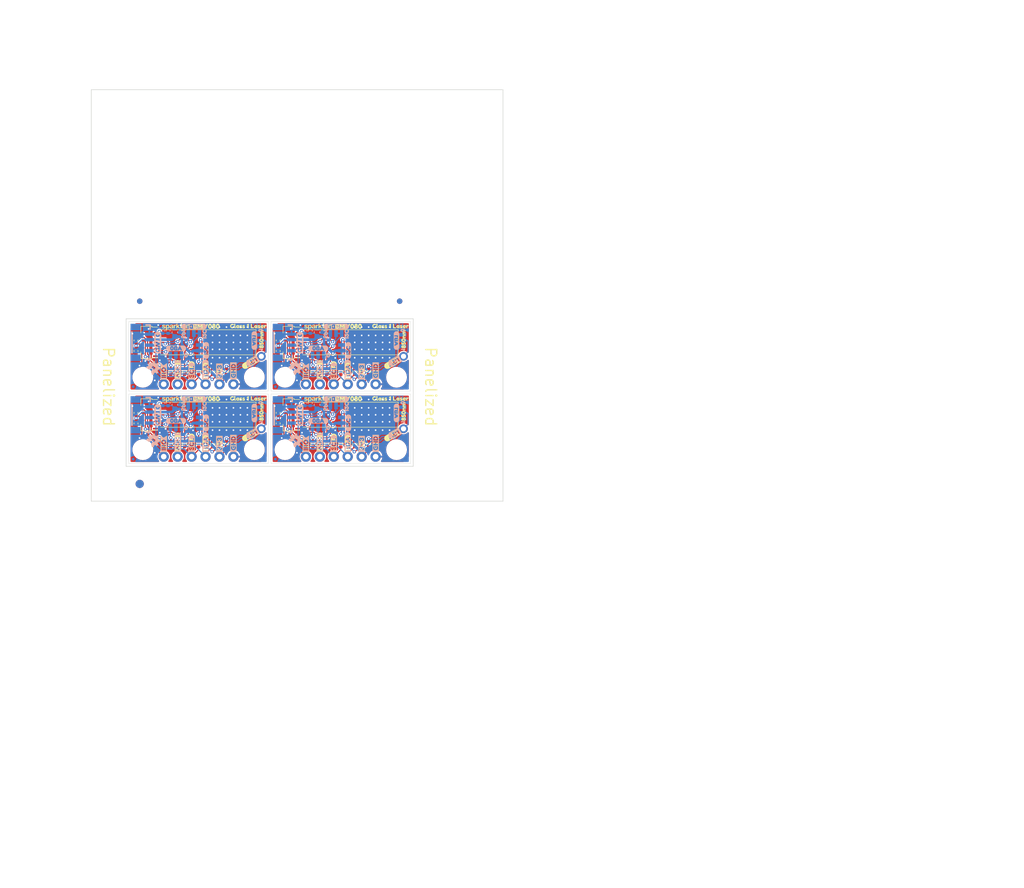
<source format=kicad_pcb>
(kicad_pcb (version 20240108) (generator "pcbnew") (generator_version "8.0")
  (title_block (title "SparkFun Particulate Matter Sensor - BMV080") (date "2024-08-20") (rev "v01") (company "SparkFun Electronics") (comment 1 "Designed by: Pete Lewis"))
  (layers (0 "F.Cu" signal) (31 "B.Cu" signal) (34 "B.Paste" user) (35 "F.Paste" user) (36 "B.SilkS" user "B.Silkscreen") (37 "F.SilkS" user "F.Silkscreen") (38 "B.Mask" user) (39 "F.Mask" user) (44 "Edge.Cuts" user))
  (net 0 "")
  (net 2 "AB0")
  (net 3 "GND")
  (net 4 "Net-(JP1-C)")
  (net 5 "AB1")
  (net 6 "Net-(JP1-A)")
  (net 7 "Net-(JP2-A)")
  (net 8 "SDA")
  (net 9 "SCL")
  (net 10 "3.3V")
  (net 11 "IRQ")
  (net 14 "Net-(JP3-A)")
  (net 15 "Net-(JP4-A)")
  (net 16 "Net-(JP4-B)")
  (footprint "SparkFun-Resistor:R_0402_1005Metric" (layer "F.Cu") (at 155.44 86.11 90)
    (property "Reference" "R3")
    (property "Value" "2.2k")
  )
  (footprint "kibuzzard-66BFC045" (layer "F.Cu") (at 149.09 99.26 90)
    (property "Reference" "kibuzzard-66BFC045" (hide yes))
    (property "Value" "G***" (hide yes))
  )
  (footprint "SparkFun-Resistor:R_0402_1005Metric" (layer "F.Cu") (at 134.62 86.11 90)
    (property "Reference" "R4")
    (property "Value" "10k")
  )
  (footprint "SparkFun-Aesthetic:SparkFun_Logo_NoFlame_5mm" (layer "F.Cu") (at 125.40157 77.884089)
    (property "Reference" "G***" (hide yes))
    (property "Value" "LOGO" (hide yes))
  )
  (footprint "kibuzzard-66BFBF9D" (layer "F.Cu") (at 159.233261 86.085506 90)
    (property "Reference" "kibuzzard-66BFBF9D" (hide yes))
    (property "Value" "G***" (hide yes))
  )
  (footprint "SparkFun-Aesthetic:Fiducial_0.5mm_Mask1mm" (layer "F.Cu") (at 141.42 88.86 90)
    (property "Reference" "FID2")
    (property "Value" "Fiducial_0.5mm")
  )
  (footprint "SparkFun-Hardware:Standoff" (layer "F.Cu") (at 165.6 100.33 90)
    (property "Reference" "ST2")
    (property "Value" "Standoff")
  )
  (footprint "kibuzzard-66C4B81D" (layer "F.Cu") (at 166.88 80.2 90)
    (property "Reference" "kibuzzard-66C4B81D" (hide yes))
    (property "Value" "G***" (hide yes))
  )
  (footprint "SparkFun-Hardware:Standoff" (layer "F.Cu") (at 119.38 100.33 90)
    (property "Reference" "ST1")
    (property "Value" "Standoff")
  )
  (footprint "kibuzzard-66C7A36E" (layer "F.Cu") (at 154.166052 99.0665 90)
    (property "Reference" "kibuzzard-66C7A36E" (hide yes))
    (property "Value" "G***" (hide yes))
  )
  (footprint "SparkFun-Resistor:R_0402_1005Metric" (layer "F.Cu") (at 158.01 86.11 90)
    (property "Reference" "R5")
    (property "Value" "2.2k")
  )
  (footprint "BMV080:FPC_0.3mm-13_molex_503566-1302" (layer "F.Cu") (at 120.45 80.78 90)
    (property "Reference" "U1")
    (property "Value" "BMV080")
  )
  (footprint "Fiducial_1mm_Mask3mm" (layer "F.Cu") (at 166.165 73.27)
    (property "Reference" "")
    (property "Value" "")
  )
  (footprint "kibuzzard-66C4B81D" (layer "F.Cu") (at 140.98 80.2 90)
    (property "Reference" "kibuzzard-66C4B81D" (hide yes))
    (property "Value" "G***" (hide yes))
  )
  (footprint "SparkFun-Resistor:R_0402_1005Metric" (layer "F.Cu") (at 160.52 86.11 90)
    (property "Reference" "R4")
    (property "Value" "10k")
  )
  (footprint "kibuzzard-66BFC045" (layer "F.Cu") (at 123.19 99.26 90)
    (property "Reference" "kibuzzard-66BFC045" (hide yes))
    (property "Value" "G***" (hide yes))
  )
  (footprint "kibuzzard-66BFC29E" (layer "F.Cu") (at 138.945735 97.714266 30)
    (property "Reference" "kibuzzard-66BFC29E" (hide yes))
    (property "Value" "G***" (hide yes))
  )
  (footprint "SparkFun-Resistor:R_0402_1005Metric" (layer "F.Cu") (at 150.36 86.11 90)
    (property "Reference" "R2")
    (property "Value" "10k")
  )
  (footprint "kibuzzard-66C7A36E" (layer "F.Cu") (at 128.266052 85.8665 90)
    (property "Reference" "kibuzzard-66C7A36E" (hide yes))
    (property "Value" "G***" (hide yes))
  )
  (footprint "kibuzzard-66BFC29E" (layer "F.Cu") (at 138.945735 84.514266 30)
    (property "Reference" "kibuzzard-66BFC29E" (hide yes))
    (property "Value" "G***" (hide yes))
  )
  (footprint "SparkFun-Capacitor:C_0402_1005Metric" (layer "F.Cu") (at 144.04 95.54 -90)
    (property "Reference" "C2")
    (property "Value" "2.2uF")
  )
  (footprint "SparkFun-Aesthetic:SparkFun_Logo_NoFlame_5mm" (layer "F.Cu") (at 151.30157 91.084089)
    (property "Reference" "G***" (hide yes))
    (property "Value" "LOGO" (hide yes))
  )
  (footprint "kibuzzard-66BFBF23" (layer "F.Cu") (at 130.789553 98.96 90)
    (property "Reference" "kibuzzard-66BFBF23" (hide yes))
    (property "Value" "G***" (hide yes))
  )
  (footprint "kibuzzard-66BFBF70" (layer "F.Cu") (at 161.791634 99.173832 90)
    (property "Reference" "kibuzzard-66BFBF70" (hide yes))
    (property "Value" "G***" (hide yes))
  )
  (footprint "kibuzzard-66BFC29E" (layer "F.Cu") (at 164.845735 97.714266 30)
    (property "Reference" "kibuzzard-66BFC29E" (hide yes))
    (property "Value" "G***" (hide yes))
  )
  (footprint "SparkFun-Aesthetic:Fiducial_0.5mm_Mask1mm" (layer "F.Cu") (at 167.32 88.86 90)
    (property "Reference" "FID2")
    (property "Value" "Fiducial_0.5mm")
  )
  (footprint "kibuzzard-66BFB450" (layer "F.Cu") (at 156.858943 91.04277)
    (property "Reference" "kibuzzard-66BFB450" (hide yes))
    (property "Value" "G***" (hide yes))
  )
  (footprint "SparkFun-Resistor:R_0402_1005Metric" (layer "F.Cu") (at 124.46 86.11 90)
    (property "Reference" "R2")
    (property "Value" "10k")
  )
  (footprint "SparkFun-Capacitor:C_0402_1005Metric" (layer "F.Cu") (at 144.04 82.34 -90)
    (property "Reference" "C2")
    (property "Value" "2.2uF")
  )
  (footprint "SparkFun-Resistor:R_0402_1005Metric" (layer "F.Cu") (at 127 99.31 90)
    (property "Reference" "R1")
    (property "Value" "10k")
  )
  (footprint "kibuzzard-66BFBF23" (layer "F.Cu") (at 156.689553 98.96 90)
    (property "Reference" "kibuzzard-66BFBF23" (hide yes))
    (property "Value" "G***" (hide yes))
  )
  (footprint "SparkFun-Resistor:R_0402_1005Metric" (layer "F.Cu") (at 124.46 99.31 90)
    (property "Reference" "R2")
    (property "Value" "10k")
  )
  (footprint "SparkFun-Connector:1x01" (layer "F.Cu") (at 140.97 96.52)
    (property "Reference" "J4")
    (property "Value" "Conn_01x01")
  )
  (footprint "kibuzzard-66BFC288" (layer "F.Cu") (at 125.73 98.98 90)
    (property "Reference" "kibuzzard-66BFC288" (hide yes))
    (property "Value" "G***" (hide yes))
  )
  (footprint "SparkFun-Capacitor:C_0402_1005Metric" (layer "F.Cu") (at 118.14 80.42 90)
    (property "Reference" "C1")
    (property "Value" "2.2uF")
  )
  (footprint "SparkFun-Resistor:R_0402_1005Metric" (layer "F.Cu") (at 134.62 99.31 90)
    (property "Reference" "R4")
    (property "Value" "10k")
  )
  (footprint "kibuzzard-66BFBF70" (layer "F.Cu") (at 135.891634 99.173832 90)
    (property "Reference" "kibuzzard-66BFBF70" (hide yes))
    (property "Value" "G***" (hide yes))
  )
  (footprint "kibuzzard-66BFB450" (layer "F.Cu") (at 130.958943 77.84277)
    (property "Reference" "kibuzzard-66BFB450" (hide yes))
    (property "Value" "G***" (hide yes))
  )
  (footprint "SparkFun-Connector:1x01" (layer "F.Cu") (at 140.97 83.32)
    (property "Reference" "J4")
    (property "Value" "Conn_01x01")
  )
  (footprint "kibuzzard-66C4B812" (layer "F.Cu") (at 164.489671 90.986214)
    (property "Reference" "kibuzzard-66C4B812" (hide yes))
    (property "Value" "G***" (hide yes))
  )
  (footprint "kibuzzard-66BFC288" (layer "F.Cu") (at 125.73 85.78 90)
    (property "Reference" "kibuzzard-66BFC288" (hide yes))
    (property "Value" "G***" (hide yes))
  )
  (footprint "BMV080:FPC_0.3mm-13_molex_503566-1302" (layer "F.Cu") (at 146.35 93.98 90)
    (property "Reference" "U1")
    (property "Value" "BMV080")
  )
  (footprint "SparkFun-Hardware:Standoff" (layer "F.Cu") (at 119.38 87.13 90)
    (property "Reference" "ST1")
    (property "Value" "Standoff")
  )
  (footprint "BMV080:FPC_0.3mm-13_molex_503566-1302" (layer "F.Cu") (at 146.35 80.78 90)
    (property "Reference" "U1")
    (property "Value" "BMV080")
  )
  (footprint "kibuzzard-66C4B812" (layer "F.Cu") (at 164.489671 77.786214)
    (property "Reference" "kibuzzard-66C4B812" (hide yes))
    (property "Value" "G***" (hide yes))
  )
  (footprint "SparkFun-Resistor:R_0402_1005Metric" (layer "F.Cu") (at 152.9 86.11 90)
    (property "Reference" "R1")
    (property "Value" "10k")
  )
  (footprint "SparkFun-Aesthetic:Fiducial_0.5mm_Mask1mm" (layer "F.Cu") (at 117.64 77.77 90)
    (property "Reference" "FID4")
    (property "Value" "Fiducial_0.5mm")
  )
  (footprint "SparkFun-Resistor:R_0402_1005Metric" (layer "F.Cu") (at 127 86.11 90)
    (property "Reference" "R1")
    (property "Value" "10k")
  )
  (footprint "SparkFun-Resistor:R_0402_1005Metric" (layer "F.Cu") (at 150.36 99.31 90)
    (property "Reference" "R2")
    (property "Value" "10k")
  )
  (footprint "kibuzzard-66BFBF9D" (layer "F.Cu") (at 133.333261 99.285506 90)
    (property "Reference" "kibuzzard-66BFBF9D" (hide yes))
    (property "Value" "G***" (hide yes))
  )
  (footprint "SparkFun-Resistor:R_0402_1005Metric" (layer "F.Cu") (at 152.9 99.31 90)
    (property "Reference" "R1")
    (property "Value" "10k")
  )
  (footprint "kibuzzard-66BFC045" (layer "F.Cu") (at 149.09 86.06 90)
    (property "Reference" "kibuzzard-66BFC045" (hide yes))
    (property "Value" "G***" (hide yes))
  )
  (footprint "SparkFun-Aesthetic:Fiducial_0.5mm_Mask1mm" (layer "F.Cu") (at 167.32 102.06 90)
    (property "Reference" "FID2")
    (property "Value" "Fiducial_0.5mm")
  )
  (footprint "kibuzzard-66C4B812" (layer "F.Cu") (at 138.589671 77.786214)
    (property "Reference" "kibuzzard-66C4B812" (hide yes))
    (property "Value" "G***" (hide yes))
  )
  (footprint "SparkFun-Capacitor:C_0402_1005Metric" (layer "F.Cu") (at 118.14 93.62 90)
    (property "Reference" "C1")
    (property "Value" "2.2uF")
  )
  (footprint "kibuzzard-66C7A36E" (layer "F.Cu") (at 128.266052 99.0665 90)
    (property "Reference" "kibuzzard-66C7A36E" (hide yes))
    (property "Value" "G***" (hide yes))
  )
  (footprint "kibuzzard-66C4B812" (layer "F.Cu") (at 138.589671 90.986214)
    (property "Reference" "kibuzzard-66C4B812" (hide yes))
    (property "Value" "G***" (hide yes))
  )
  (footprint "kibuzzard-66BFBF9D" (layer "F.Cu") (at 159.233261 99.285506 90)
    (property "Reference" "kibuzzard-66BFBF9D" (hide yes))
    (property "Value" "G***" (hide yes))
  )
  (footprint "SparkFun-Resistor:R_0402_1005Metric" (layer "F.Cu") (at 132.11 99.31 90)
    (property "Reference" "R5")
    (property "Value" "2.2k")
  )
  (footprint "kibuzzard-66BFC045" (layer "F.Cu") (at 123.19 86.06 90)
    (property "Reference" "kibuzzard-66BFC045" (hide yes))
    (property "Value" "G***" (hide yes))
  )
  (footprint "SparkFun-Aesthetic:Fiducial_0.5mm_Mask1mm" (layer "F.Cu") (at 141.42 102.06 90)
    (property "Reference" "FID2")
    (property "Value" "Fiducial_0.5mm")
  )
  (footprint "Fiducial_1.5mm_Mask3mm" (layer "F.Cu") (at 118.815 106.57)
    (property "Reference" "")
    (property "Value" "")
  )
  (footprint "SparkFun-Resistor:R_0402_1005Metric" (layer "F.Cu") (at 158.01 99.31 90)
    (property "Reference" "R5")
    (property "Value" "2.2k")
  )
  (footprint "SparkFun-Aesthetic:Fiducial_0.5mm_Mask1mm" (layer "F.Cu") (at 143.54 90.97 90)
    (property "Reference" "FID4")
    (property "Value" "Fiducial_0.5mm")
  )
  (footprint "kibuzzard-66BFBF23" (layer "F.Cu") (at 156.689553 85.76 90)
    (property "Reference" "kibuzzard-66BFBF23" (hide yes))
    (property "Value" "G***" (hide yes))
  )
  (footprint "kibuzzard-66C7A36E" (layer "F.Cu") (at 154.166052 85.8665 90)
    (property "Reference" "kibuzzard-66C7A36E" (hide yes))
    (property "Value" "G***" (hide yes))
  )
  (footprint "SparkFun-Resistor:R_0402_1005Metric" (layer "F.Cu") (at 155.44 99.31 90)
    (property "Reference" "R3")
    (property "Value" "2.2k")
  )
  (footprint "Fiducial_1mm_Mask3mm" (layer "F.Cu") (at 118.815 73.27)
    (property "Reference" "")
    (property "Value" "")
  )
  (footprint "SparkFun-Resistor:R_0402_1005Metric" (layer "F.Cu") (at 129.54 86.11 90)
    (property "Reference" "R3")
    (property "Value" "2.2k")
  )
  (footprint "kibuzzard-66BFBF9D" (layer "F.Cu") (at 133.333261 86.085506 90)
    (property "Reference" "kibuzzard-66BFBF9D" (hide yes))
    (property "Value" "G***" (hide yes))
  )
  (footprint "kibuzzard-66C4B81D" (layer "F.Cu") (at 166.88 93.4 90)
    (property "Reference" "kibuzzard-66C4B81D" (hide yes))
    (property "Value" "G***" (hide yes))
  )
  (footprint "kibuzzard-66BFB450" (layer "F.Cu") (at 130.958943 91.04277)
    (property "Reference" "kibuzzard-66BFB450" (hide yes))
    (property "Value" "G***" (hide yes))
  )
  (footprint "BMV080:FPC_0.3mm-13_molex_503566-1302" (layer "F.Cu") (at 120.45 93.98 90)
    (property "Reference" "U1")
    (property "Value" "BMV080")
  )
  (footprint "SparkFun-Aesthetic:SparkFun_Logo_NoFlame_5mm" (layer "F.Cu") (at 125.40157 91.084089)
    (property "Reference" "G***" (hide yes))
    (property "Value" "LOGO" (hide yes))
  )
  (footprint "SparkFun-Aesthetic:Fiducial_0.5mm_Mask1mm" (layer "F.Cu") (at 117.64 90.97 90)
    (property "Reference" "FID4")
    (property "Value" "Fiducial_0.5mm")
  )
  (footprint "kibuzzard-66BFBF70" (layer "F.Cu") (at 135.891634 85.973832 90)
    (property "Reference" "kibuzzard-66BFBF70" (hide yes))
    (property "Value" "G***" (hide yes))
  )
  (footprint "SparkFun-Resistor:R_0402_1005Metric" (layer "F.Cu") (at 129.54 99.31 90)
    (property "Reference" "R3")
    (property "Value" "2.2k")
  )
  (footprint "kibuzzard-66BFC288" (layer "F.Cu") (at 151.63 85.78 90)
    (property "Reference" "kibuzzard-66BFC288" (hide yes))
    (property "Value" "G***" (hide yes))
  )
  (footprint "kibuzzard-66BFBF70" (layer "F.Cu") (at 161.791634 85.973832 90)
    (property "Reference" "kibuzzard-66BFBF70" (hide yes))
    (property "Value" "G***" (hide yes))
  )
  (footprint "SparkFun-Aesthetic:SparkFun_Logo_NoFlame_5mm" (layer "F.Cu") (at 151.30157 77.884089)
    (property "Reference" "G***" (hide yes))
    (property "Value" "LOGO" (hide yes))
  )
  (footprint "SparkFun-Resistor:R_0402_1005Metric" (layer "F.Cu") (at 160.52 99.31 90)
    (property "Reference" "R4")
    (property "Value" "10k")
  )
  (footprint "SparkFun-Hardware:Standoff" (layer "F.Cu") (at 165.6 87.13 90)
    (property "Reference" "ST2")
    (property "Value" "Standoff")
  )
  (footprint "SparkFun-Capacitor:C_0402_1005Metric" (layer "F.Cu") (at 144.04 93.62 90)
    (property "Reference" "C1")
    (property "Value" "2.2uF")
  )
  (footprint "SparkFun-Aesthetic:Fiducial_0.5mm_Mask1mm" (layer "F.Cu") (at 143.54 77.77 90)
    (property "Reference" "FID4")
    (property "Value" "Fiducial_0.5mm")
  )
  (footprint "SparkFun-Hardware:Standoff" (layer "F.Cu") (at 145.28 100.33 90)
    (property "Reference" "ST1")
    (property "Value" "Standoff")
  )
  (footprint "SparkFun-Capacitor:C_0402_1005Metric" (layer "F.Cu") (at 144.04 80.42 90)
    (property "Reference" "C1")
    (property "Value" "2.2uF")
  )
  (footprint "kibuzzard-66C4B81D" (layer "F.Cu") (at 140.98 93.4 90)
    (property "Reference" "kibuzzard-66C4B81D" (hide yes))
    (property "Value" "G***" (hide yes))
  )
  (footprint "SparkFun-Resistor:R_0402_1005Metric" (layer "F.Cu") (at 132.11 86.11 90)
    (property "Reference" "R5")
    (property "Value" "2.2k")
  )
  (footprint "kibuzzard-66BFBF23" (layer "F.Cu") (at 130.789553 85.76 90)
    (property "Reference" "kibuzzard-66BFBF23" (hide yes))
    (property "Value" "G***" (hide yes))
  )
  (footprint "kibuzzard-66BFB450" (layer "F.Cu") (at 156.858943 77.84277)
    (property "Reference" "kibuzzard-66BFB450" (hide yes))
    (property "Value" "G***" (hide yes))
  )
  (footprint "SparkFun-Connector:1x01" (layer "F.Cu") (at 166.87 96.52)
    (property "Reference" "J4")
    (property "Value" "Conn_01x01")
  )
  (footprint "SparkFun-Hardware:Standoff" (layer "F.Cu") (at 139.7 87.13 90)
    (property "Reference" "ST2")
    (property "Value" "Standoff")
  )
  (footprint "kibuzzard-66BFC288" (layer "F.Cu") (at 151.63 98.98 90)
    (property "Reference" "kibuzzard-66BFC288" (hide yes))
    (property "Value" "G***" (hide yes))
  )
  (footprint "SparkFun-Connector:1x01" (layer "F.Cu") (at 166.87 83.32)
    (property "Reference" "J4")
    (property "Value" "Conn_01x01")
  )
  (footprint "SparkFun-Hardware:Standoff" (layer "F.Cu") (at 139.7 100.33 90)
    (property "Reference" "ST2")
    (property "Value" "Standoff")
  )
  (footprint "SparkFun-Capacitor:C_0402_1005Metric" (layer "F.Cu") (at 118.14 95.54 -90)
    (property "Reference" "C2")
    (property "Value" "2.2uF")
  )
  (footprint "kibuzzard-66BFC29E" (layer "F.Cu") (at 164.845735 84.514266 30)
    (property "Reference" "kibuzzard-66BFC29E" (hide yes))
    (property "Value" "G***" (hide yes))
  )
  (footprint "SparkFun-Aesthetic:Creative_Commons_License" (layer "F.Cu") (at 144.78 134.62)
    (property "Reference" "G1" (hide yes))
    (property "Value" "OSHW_Logo" (hide yes))
  )
  (footprint "SparkFun-Hardware:Standoff" (layer "F.Cu") (at 145.28 87.13 90)
    (property "Reference" "ST1")
    (property "Value" "Standoff")
  )
  (footprint "SparkFun-Capacitor:C_0402_1005Metric" (layer "F.Cu") (at 118.14 82.34 -90)
    (property "Reference" "C2")
    (property "Value" "2.2uF")
  )
  (footprint "kibuzzard-66BFC0D2" (layer "B.Cu") (at 130.794436 85.685262 90)
    (property "Reference" "kibuzzard-66BFC0D2" (hide yes))
    (property "Value" "G***" (hide yes))
  )
  (footprint "SparkFun-Jumper:Jumper_3_NC-1_Trace_NoSilk" (layer "B.Cu") (at 151.31 83.11)
    (property "Reference" "JP2")
    (property "Value" "AB0")
  )
  (footprint "SparkFun-Capacitor:C_0402_1005Metric" (layer "B.Cu") (at 123.98 91.84 90)
    (property "Reference" "C3")
    (property "Value" "2.2uF")
  )
  (footprint "kibuzzard-66C3B2FA" (layer "B.Cu") (at 166.74 78.59 -90)
    (property "Reference" "kibuzzard-66C3B2FA" (hide yes))
    (property "Value" "G***" (hide yes))
  )
  (footprint "kibuzzard-66C3B30A" (layer "B.Cu") (at 166.79 82.13 90)
    (property "Reference" "kibuzzard-66C3B30A" (hide yes))
    (property "Value" "G***" (hide yes))
  )
  (footprint "kibuzzard-66C3B2DA" (layer "B.Cu") (at 125.45 95.06 180)
    (property "Reference" "kibuzzard-66C3B2DA" (hide yes))
    (property "Value" "G***" (hide yes))
  )
  (footprint "SparkFun-Capacitor:C_0402_1005Metric" (layer "B.Cu") (at 123 78.64 90)
    (property "Reference" "C4")
    (property "Value" "2.2uF")
  )
  (footprint "kibuzzard-66BFBF9D" (layer "B.Cu") (at 133.336155 86.084783 90)
    (property "Reference" "kibuzzard-66BFBF9D" (hide yes))
    (property "Value" "G***" (hide yes))
  )
  (footprint "SparkFun-Aesthetic:qwiic_4mm" (layer "B.Cu") (at 148.01 80.84 90)
    (property "Reference" "G***" (hide yes))
    (property "Value" "LOGO" (hide yes))
  )
  (footprint "SparkFun-Capacitor:C_0402_1005Metric" (layer "B.Cu") (at 148.9 78.64 90)
    (property "Reference" "C4")
    (property "Value" "2.2uF")
  )
  (footprint "SparkFun-Aesthetic:OSHW_Logo_2.5mm" (layer "B.Cu") (at 147.186336 98.620745 130)
    (property "Reference" "Ref**" (hide yes))
    (property "Value" "Val**" (hide yes))
  )
  (footprint "SparkFun-Aesthetic:Fiducial_0.5mm_Mask1mm" (layer "B.Cu") (at 117.63 88.85 -90)
    (property "Reference" "FID1")
    (property "Value" "Fiducial_0.5mm")
  )
  (footprint "kibuzzard-66BFBF9D" (layer "B.Cu") (at 133.336155 99.284783 90)
    (property "Reference" "kibuzzard-66BFBF9D" (hide yes))
    (property "Value" "G***" (hide yes))
  )
  (footprint "kibuzzard-66C3B30A" (layer "B.Cu") (at 140.89 82.13 90)
    (property "Reference" "kibuzzard-66C3B30A" (hide yes))
    (property "Value" "G***" (hide yes))
  )
  (footprint "kibuzzard-66C3B30A" (layer "B.Cu") (at 123.69 83.11 180)
    (property "Reference" "kibuzzard-66C3B30A" (hide yes))
    (property "Value" "G***" (hide yes))
  )
  (footprint "SparkFun-Jumper:Jumper_3_NC-2_Trace_NoSilk" (layer "B.Cu") (at 155.582243 82.286131 -90)
    (property "Reference" "JP4")
    (property "Value" "I2C")
  )
  (footprint "SparkFun-Capacitor:C_0402_1005Metric" (layer "B.Cu") (at 123.98 78.64 90)
    (property "Reference" "C3")
    (property "Value" "2.2uF")
  )
  (footprint "kibuzzard-66C3B369" (layer "B.Cu") (at 130.92 82.25 90)
    (property "Reference" "kibuzzard-66C3B369" (hide yes))
    (property "Value" "G***" (hide yes))
  )
  (footprint "kibuzzard-66BFC0D2" (layer "B.Cu") (at 156.694436 85.685262 90)
    (property "Reference" "kibuzzard-66BFC0D2" (hide yes))
    (property "Value" "G***" (hide yes))
  )
  (footprint "SparkFun-Capacitor:C_0402_1005Metric" (layer "B.Cu") (at 149.88 78.64 90)
    (property "Reference" "C3")
    (property "Value" "2.2uF")
  )
  (footprint "kibuzzard-66C3B3D3" (layer "B.Cu") (at 156.52 92.47 90)
    (property "Reference" "kibuzzard-66C3B3D3" (hide yes))
    (property "Value" "G***" (hide yes))
  )
  (footprint "kibuzzard-66BFC108" (layer "B.Cu") (at 125.739668 98.903639 90)
    (property "Reference" "kibuzzard-66BFC108" (hide yes))
    (property "Value" "G***" (hide yes))
  )
  (footprint "kibuzzard-66C3B3B1" (layer "B.Cu") (at 152.67 79.28 90)
    (property "Reference" "kibuzzard-66C3B3B1" (hide yes))
    (property "Value" "G***" (hide yes))
  )
  (footprint "SparkFun-Connector:JST_SMD_1.0mm-4_Vertical" (layer "B.Cu") (at 144.9635 80.78 -90)
    (property "Reference" "J2")
    (property "Value" "Qwiic_Vertical")
  )
  (footprint "SparkFun-Jumper:Jumper_3_NC-1_Trace_NoSilk" (layer "B.Cu") (at 140.87 93.63 90)
    (property "Reference" "JP3")
    (property "Value" "AB1")
  )
  (footprint "kibuzzard-66C3B30A" (layer "B.Cu") (at 123.69 96.31 180)
    (property "Reference" "kibuzzard-66C3B30A" (hide yes))
    (property "Value" "G***" (hide yes))
  )
  (footprint "kibuzzard-66C3B30A" (layer "B.Cu") (at 140.89 95.33 90)
    (property "Reference" "kibuzzard-66C3B30A" (hide yes))
    (property "Value" "G***" (hide yes))
  )
  (footprint "kibuzzard-66BFBF70" (layer "B.Cu") (at 161.788871 85.975596 90)
    (property "Reference" "kibuzzard-66BFBF70" (hide yes))
    (property "Value" "G***" (hide yes))
  )
  (footprint "SparkFun-Aesthetic:Fiducial_0.5mm_Mask1mm" (layer "B.Cu") (at 143.53 102.05 -90)
    (property "Reference" "FID1")
    (property "Value" "Fiducial_0.5mm")
  )
  (footprint "kibuzzard-66C3B2FA" (layer "B.Cu") (at 153.15 83.13 180)
    (property "Reference" "kibuzzard-66C3B2FA" (hide yes))
    (property "Value" "G***" (hide yes))
  )
  (footprint "SparkFun-Aesthetic:OSHW_Logo_2.5mm" (layer "B.Cu") (at 121.286336 98.620745 130)
    (property "Reference" "Ref**" (hide yes))
    (property "Value" "Val**" (hide yes))
  )
  (footprint "kibuzzard-66C77290" (layer "B.Cu") (at 139.297136 97.465244 -150)
    (property "Reference" "kibuzzard-66C77290" (hide yes))
    (property "Value" "G***" (hide yes))
  )
  (footprint "SparkFun-Capacitor:C_0402_1005Metric" (layer "B.Cu") (at 148.9 91.84 90)
    (property "Reference" "C4")
    (property "Value" "2.2uF")
  )
  (footprint "kibuzzard-66BFC108" (layer "B.Cu") (at 151.639668 98.903639 90)
    (property "Reference" "kibuzzard-66BFC108" (hide yes))
    (property "Value" "G***" (hide yes))
  )
  (footprint "SparkFun-Jumper:Jumper_3_NC-1_Trace_NoSilk" (layer "B.Cu") (at 166.77 80.43 90)
    (property "Reference" "JP3")
    (property "Value" "AB1")
  )
  (footprint "kibuzzard-66C3B2FA" (layer "B.Cu") (at 153.15 96.33 180)
    (property "Reference" "kibuzzard-66C3B2FA" (hide yes))
    (property "Value" "G***" (hide yes))
  )
  (footprint "kibuzzard-66C3B3B1" (layer "B.Cu") (at 126.77 79.28 90)
    (property "Reference" "kibuzzard-66C3B3B1" (hide yes))
    (property "Value" "G***" (hide yes))
  )
  (footprint "kibuzzard-66C3B2FA" (layer "B.Cu") (at 127.25 83.13 180)
    (property "Reference" "kibuzzard-66C3B2FA" (hide yes))
    (property "Value" "G***" (hide yes))
  )
  (footprint "kibuzzard-66C3B31E" (layer "B.Cu") (at 165.6 93.64 90)
    (property "Reference" "kibuzzard-66C3B31E" (hide yes))
    (property "Value" "G***" (hide yes))
  )
  (footprint "kibuzzard-66C3B2A1" (layer "B.Cu") (at 128.7 77.89 180)
    (property "Reference" "kibuzzard-66C3B2A1" (hide yes))
    (property "Value" "G***" (hide yes))
  )
  (footprint "SparkFun-Connector:JST_SMD_1.0mm-4_Vertical" (layer "B.Cu") (at 119.0635 93.98 -90)
    (property "Reference" "J2")
    (property "Value" "Qwiic_Vertical")
  )
  (footprint "SparkFun-Jumper:Jumper_3_NC-1_Trace_NoSilk" (layer "B.Cu") (at 140.87 80.43 90)
    (property "Reference" "JP3")
    (property "Value" "AB1")
  )
  (footprint "kibuzzard-66BFBF9D" (layer "B.Cu") (at 159.236155 99.284783 90)
    (property "Reference" "kibuzzard-66BFBF9D" (hide yes))
    (property "Value" "G***" (hide yes))
  )
  (footprint "SparkFun-Capacitor:C_0603_1608Metric" (layer "B.Cu") (at 125.22 78.93 90)
    (property "Reference" "C5")
    (property "Value" "10uF")
  )
  (footprint "kibuzzard-66C3B3D3" (layer "B.Cu") (at 156.52 79.27 90)
    (property "Reference" "kibuzzard-66C3B3D3" (hide yes))
    (property "Value" "G***" (hide yes))
  )
  (footprint "SparkFun-Aesthetic:OSHW_Logo_2.5mm" (layer "B.Cu") (at 121.286336 85.420745 130)
    (property "Reference" "Ref**" (hide yes))
    (property "Value" "Val**" (hide yes))
  )
  (footprint "kibuzzard-66C3B30A" (layer "B.Cu") (at 149.59 96.31 180)
    (property "Reference" "kibuzzard-66C3B30A" (hide yes))
    (property "Value" "G***" (hide yes))
  )
  (footprint "kibuzzard-66C3B2DA" (layer "B.Cu") (at 151.35 95.06 180)
    (property "Reference" "kibuzzard-66C3B2DA" (hide yes))
    (property "Value" "G***" (hide yes))
  )
  (footprint "kibuzzard-66BFC108" (layer "B.Cu") (at 151.639668 85.703639 90)
    (property "Reference" "kibuzzard-66BFC108" (hide yes))
    (property "Value" "G***" (hide yes))
  )
  (footprint "kibuzzard-66BFC2FE" (layer "B.Cu") (at 154.167246 99.149298 90)
    (property "Reference" "kibuzzard-66BFC2FE" (hide yes))
    (property "Value" "G***" (hide yes))
  )
  (footprint "SparkFun-Aesthetic:Fiducial_0.5mm_Mask1mm" (layer "B.Cu") (at 143.53 88.85 -90)
    (property "Reference" "FID1")
    (property "Value" "Fiducial_0.5mm")
  )
  (footprint "SparkFun-Jumper:Jumper_3_NC-1_Trace_NoSilk" (layer "B.Cu") (at 125.41 96.31)
    (property "Reference" "JP2")
    (property "Value" "AB0")
  )
  (footprint "kibuzzard-66C3B2DA" (layer "B.Cu") (at 151.35 81.86 180)
    (property "Reference" "kibuzzard-66C3B2DA" (hide yes))
    (property "Value" "G***" (hide yes))
  )
  (footprint "SparkFun-Jumper:Jumper_3_NC-1_Trace_NoSilk" (layer "B.Cu") (at 128.68 92.35 180)
    (property "Reference" "JP1")
    (property "Value" "MODE")
  )
  (footprint "kibuzzard-66C3B369" (layer "B.Cu") (at 156.82 95.45 90)
    (property "Reference" "kibuzzard-66C3B369" (hide yes))
    (property "Value" "G***" (hide yes))
  )
  (footprint "kibuzzard-66BFBF70" (layer "B.Cu") (at 135.888871 99.175596 90)
    (property "Reference" "kibuzzard-66BFBF70" (hide yes))
    (property "Value" "G***" (hide yes))
  )
  (footprint "kibuzzard-66C3B2DA" (layer "B.Cu") (at 125.45 81.86 180)
    (property "Reference" "kibuzzard-66C3B2DA" (hide yes))
    (property "Value" "G***" (hide yes))
  )
  (footprint "SparkFun-Capacitor:C_0603_1608Metric" (layer "B.Cu") (at 151.12 92.13 90)
    (property "Reference" "C5")
    (property "Value" "10uF")
  )
  (footprint "SparkFun-Capacitor:C_0603_1608Metric" (layer "B.Cu") (at 125.22 92.13 90)
    (property "Reference" "C5")
    (property "Value" "10uF")
  )
  (footprint "kibuzzard-66C3B30A" (layer "B.Cu") (at 149.59 83.11 180)
    (property "Reference" "kibuzzard-66C3B30A" (hide yes))
    (property "Value" "G***" (hide yes))
  )
  (footprint "SparkFun-Jumper:Jumper_3_NC-1_Trace_NoSilk" (layer "B.Cu") (at 166.77 93.63 90)
    (property "Reference" "JP3")
    (property "Value" "AB1")
  )
  (footprint "kibuzzard-66BFC2FE" (layer "B.Cu") (at 128.267246 85.949298 90)
    (property "Reference" "kibuzzard-66BFC2FE" (hide yes))
    (property "Value" "G***" (hide yes))
  )
  (footprint "kibuzzard-66C3B3D3" (layer "B.Cu") (at 130.62 79.27 90)
    (property "Reference" "kibuzzard-66C3B3D3" (hide yes))
    (property "Value" "G***" (hide yes))
  )
  (footprint "SparkFun-Jumper:Jumper_3_NC-1_Trace_NoSilk" (layer "B.Cu") (at 125.41 83.11)
    (property "Reference" "JP2")
    (property "Value" "AB0")
  )
  (footprint "kibuzzard-66C77290" (layer "B.Cu") (at 139.297136 84.265244 -150)
    (property "Reference" "kibuzzard-66C77290" (hide yes))
    (property "Value" "G***" (hide yes))
  )
  (footprint "SparkFun-Aesthetic:Fiducial_0.5mm_Mask1mm" (layer "B.Cu") (at 167.34 90.98 -90)
    (property "Reference" "FID3")
    (property "Value" "Fiducial_0.5mm")
  )
  (footprint "SparkFun-Jumper:Jumper_3_NC-2_Trace_NoSilk" (layer "B.Cu") (at 155.582243 95.486131 -90)
    (property "Reference" "JP4")
    (property "Value" "I2C")
  )
  (footprint "kibuzzard-66BFC0D2" (layer "B.Cu") (at 156.694436 98.885262 90)
    (property "Reference" "kibuzzard-66BFC0D2" (hide yes))
    (property "Value" "G***" (hide yes))
  )
  (footprint "SparkFun-Capacitor:C_0402_1005Metric" (layer "B.Cu") (at 149.88 91.84 90)
    (property "Reference" "C3")
    (property "Value" "2.2uF")
  )
  (footprint "SparkFun-Aesthetic:qwiic_4mm" (layer "B.Cu") (at 122.11 94.04 90)
    (property "Reference" "G***" (hide yes))
    (property "Value" "LOGO" (hide yes))
  )
  (footprint "kibuzzard-66C3B2FA" (layer "B.Cu") (at 166.74 91.79 -90)
    (property "Reference" "kibuzzard-66C3B2FA" (hide yes))
    (property "Value" "G***" (hide yes))
  )
  (footprint "kibuzzard-66C3B3D3" (layer "B.Cu") (at 130.62 92.47 90)
    (property "Reference" "kibuzzard-66C3B3D3" (hide yes))
    (property "Value" "G***" (hide yes))
  )
  (footprint "Fiducial_1.5mm_Mask3mm" (layer "B.Cu") (at 118.815 106.57)
    (property "Reference" "")
    (property "Value" "")
  )
  (footprint "kibuzzard-66BFC0D2" (layer "B.Cu") (at 130.794436 98.885262 90)
    (property "Reference" "kibuzzard-66BFC0D2" (hide yes))
    (property "Value" "G***" (hide yes))
  )
  (footprint "SparkFun-Aesthetic:Fiducial_0.5mm_Mask1mm" (layer "B.Cu") (at 141.44 77.78 -90)
    (property "Reference" "FID3")
    (property "Value" "Fiducial_0.5mm")
  )
  (footprint "SparkFun-Jumper:Jumper_3_NC-1_Trace_NoSilk" (layer "B.Cu") (at 154.58 79.15 180)
    (property "Reference" "JP1")
    (property "Value" "MODE")
  )
  (footprint "SparkFun-Connector:JST_SMD_1.0mm-4_Vertical" (layer "B.Cu") (at 119.0635 80.78 -90)
    (property "Reference" "J2")
    (property "Value" "Qwiic_Vertical")
  )
  (footprint "SparkFun-Jumper:Jumper_3_NC-2_Trace_NoSilk" (layer "B.Cu") (at 129.682243 95.486131 -90)
    (property "Reference" "JP4")
    (property "Value" "I2C")
  )
  (footprint "kibuzzard-66C3B31E" (layer "B.Cu") (at 139.7 80.44 90)
    (property "Reference" "kibuzzard-66C3B31E" (hide yes))
    (property "Value" "G***" (hide yes))
  )
  (footprint "SparkFun-Aesthetic:qwiic_4mm" (layer "B.Cu") (at 122.11 80.84 90)
    (property "Reference" "G***" (hide yes))
    (property "Value" "LOGO" (hide yes))
  )
  (footprint "kibuzzard-66BFC2FE" (layer "B.Cu") (at 128.267246 99.149298 90)
    (property "Reference" "kibuzzard-66BFC2FE" (hide yes))
    (property "Value" "G***" (hide yes))
  )
  (footprint "SparkFun-Aesthetic:Fiducial_0.5mm_Mask1mm" (layer "B.Cu") (at 141.44 90.98 -90)
    (property "Reference" "FID3")
    (property "Value" "Fiducial_0.5mm")
  )
  (footprint "kibuzzard-66BFC108" (layer "B.Cu") (at 125.739668 85.703639 90)
    (property "Reference" "kibuzzard-66BFC108" (hide yes))
    (property "Value" "G***" (hide yes))
  )
  (footprint "SparkFun-Aesthetic:qwiic_4mm" (layer "B.Cu") (at 148.01 94.04 90)
    (property "Reference" "G***" (hide yes))
    (property "Value" "LOGO" (hide yes))
  )
  (footprint "SparkFun-Aesthetic:OSHW_Logo_2.5mm" (layer "B.Cu") (at 147.186336 85.420745 130)
    (property "Reference" "Ref**" (hide yes))
    (property "Value" "Val**" (hide yes))
  )
  (footprint "kibuzzard-66C3B3B1" (layer "B.Cu") (at 152.67 92.48 90)
    (property "Reference" "kibuzzard-66C3B3B1" (hide yes))
    (property "Value" "G***" (hide yes))
  )
  (footprint "SparkFun-Aesthetic:Fiducial_0.5mm_Mask1mm" (layer "B.Cu") (at 117.63 102.05 -90)
    (property "Reference" "FID1")
    (property "Value" "Fiducial_0.5mm")
  )
  (footprint "SparkFun-Jumper:Jumper_3_NC-1_Trace_NoSilk" (layer "B.Cu") (at 151.31 96.31)
    (property "Reference" "JP2")
    (property "Value" "AB0")
  )
  (footprint "kibuzzard-66C3B30A" (layer "B.Cu") (at 166.79 95.33 90)
    (property "Reference" "kibuzzard-66C3B30A" (hide yes))
    (property "Value" "G***" (hide yes))
  )
  (footprint "kibuzzard-66C3B2FA" (layer "B.Cu") (at 140.84 78.59 -90)
    (property "Reference" "kibuzzard-66C3B2FA" (hide yes))
    (property "Value" "G***" (hide yes))
  )
  (footprint "kibuzzard-66C77290" (layer "B.Cu") (at 165.197136 97.465244 -150)
    (property "Reference" "kibuzzard-66C77290" (hide yes))
    (property "Value" "G***" (hide yes))
  )
  (footprint "SparkFun-Jumper:Jumper_3_NC-1_Trace_NoSilk" (layer "B.Cu") (at 154.58 92.35 180)
    (property "Reference" "JP1")
    (property "Value" "MODE")
  )
  (footprint "kibuzzard-66C3B2FA" (layer "B.Cu") (at 140.84 91.79 -90)
    (property "Reference" "kibuzzard-66C3B2FA" (hide yes))
    (property "Value" "G***" (hide yes))
  )
  (footprint "SparkFun-Jumper:Jumper_3_NC-1_Trace_NoSilk" (layer "B.Cu") (at 128.68 79.15 180)
    (property "Reference" "JP1")
    (property "Value" "MODE")
  )
  (footprint "kibuzzard-66C3B2A1" (layer "B.Cu") (at 128.7 91.09 180)
    (property "Reference" "kibuzzard-66C3B2A1" (hide yes))
    (property "Value" "G***" (hide yes))
  )
  (footprint "SparkFun-Capacitor:C_0402_1005Metric" (layer "B.Cu") (at 123 91.84 90)
    (property "Reference" "C4")
    (property "Value" "2.2uF")
  )
  (footprint "kibuzzard-66BFBF9D" (layer "B.Cu") (at 159.236155 86.084783 90)
    (property "Reference" "kibuzzard-66BFBF9D" (hide yes))
    (property "Value" "G***" (hide yes))
  )
  (footprint "kibuzzard-66C3B31E" (layer "B.Cu") (at 165.6 80.44 90)
    (property "Reference" "kibuzzard-66C3B31E" (hide yes))
    (property "Value" "G***" (hide yes))
  )
  (footprint "kibuzzard-66C3B2A1" (layer "B.Cu") (at 154.6 91.09 180)
    (property "Reference" "kibuzzard-66C3B2A1" (hide yes))
    (property "Value" "G***" (hide yes))
  )
  (footprint "kibuzzard-66BFC2FE" (layer "B.Cu") (at 154.167246 85.949298 90)
    (property "Reference" "kibuzzard-66BFC2FE" (hide yes))
    (property "Value" "G***" (hide yes))
  )
  (footprint "SparkFun-Jumper:Jumper_3_NC-2_Trace_NoSilk" (layer "B.Cu") (at 129.682243 82.286131 -90)
    (property "Reference" "JP4")
    (property "Value" "I2C")
  )
  (footprint "kibuzzard-66BFC09F" (layer "B.Cu") (at 149.096564 99.263121 90)
    (property "Reference" "kibuzzard-66BFC09F" (hide yes))
    (property "Value" "G***" (hide yes))
  )
  (footprint "SparkFun-Capacitor:C_0603_1608Metric" (layer "B.Cu") (at 151.12 78.93 90)
    (property "Reference" "C5")
    (property "Value" "10uF")
  )
  (footprint "Fiducial_1mm_Mask3mm" (layer "B.Cu") (at 118.815 73.27)
    (property "Reference" "")
    (property "Value" "")
  )
  (footprint "kibuzzard-66C3B369" (layer "B.Cu") (at 130.92 95.45 90)
    (property "Reference" "kibuzzard-66C3B369" (hide yes))
    (property "Value" "G***" (hide yes))
  )
  (footprint "kibuzzard-66C3B3B1" (layer "B.Cu") (at 126.77 92.48 90)
    (property "Reference" "kibuzzard-66C3B3B1" (hide yes))
    (property "Value" "G***" (hide yes))
  )
  (footprint "kibuzzard-66C3B369" (layer "B.Cu") (at 156.82 82.25 90)
    (property "Reference" "kibuzzard-66C3B369" (hide yes))
    (property "Value" "G***" (hide yes))
  )
  (footprint "SparkFun-Connector:1x06" (layer "B.Cu") (at 149.09 101.6)
    (property "Reference" "J3")
    (property "Value" "Conn_01x06")
  )
  (footprint "kibuzzard-66C3B2A1" (layer "B.Cu") (at 154.6 77.89 180)
    (property "Reference" "kibuzzard-66C3B2A1" (hide yes))
    (property "Value" "G***" (hide yes))
  )
  (footprint "kibuzzard-66BFC09F" (layer "B.Cu") (at 123.196564 86.063121 90)
    (property "Reference" "kibuzzard-66BFC09F" (hide yes))
    (property "Value" "G***" (hide yes))
  )
  (footprint "kibuzzard-66BFC09F" (layer "B.Cu") (at 149.096564 86.063121 90)
    (property "Reference" "kibuzzard-66BFC09F" (hide yes))
    (property "Value" "G***" (hide yes))
  )
  (footprint "kibuzzard-66C77290" (layer "B.Cu") (at 165.197136 84.265244 -150)
    (property "Reference" "kibuzzard-66C77290" (hide yes))
    (property "Value" "G***" (hide yes))
  )
  (footprint "SparkFun-Connector:1x06" (layer "B.Cu") (at 149.09 88.4)
    (property "Reference" "J3")
    (property "Value" "Conn_01x06")
  )
  (footprint "kibuzzard-66BFC09F" (layer "B.Cu") (at 123.196564 99.263121 90)
    (property "Reference" "kibuzzard-66BFC09F" (hide yes))
    (property "Value" "G***" (hide yes))
  )
  (footprint "kibuzzard-66C3B2FA" (layer "B.Cu") (at 127.25 96.33 180)
    (property "Reference" "kibuzzard-66C3B2FA" (hide yes))
    (property "Value" "G***" (hide yes))
  )
  (footprint "SparkFun-Aesthetic:Fiducial_0.5mm_Mask1mm" (layer "B.Cu") (at 167.34 77.78 -90)
    (property "Reference" "FID3")
    (property "Value" "Fiducial_0.5mm")
  )
  (footprint "SparkFun-Connector:1x06" (layer "B.Cu") (at 123.19 88.4)
    (property "Reference" "J3")
    (property "Value" "Conn_01x06")
  )
  (footprint "SparkFun-Connector:1x06" (layer "B.Cu") (at 123.19 101.6)
    (property "Reference" "J3")
    (property "Value" "Conn_01x06")
  )
  (footprint "Fiducial_1mm_Mask3mm" (layer "B.Cu") (at 166.165 73.27)
    (property "Reference" "")
    (property "Value" "")
  )
  (footprint "kibuzzard-66BFBF70" (layer "B.Cu") (at 135.888871 85.975596 90)
    (property "Reference" "kibuzzard-66BFBF70" (hide yes))
    (property "Value" "G***" (hide yes))
  )
  (footprint "kibuzzard-66BFBF70" (layer "B.Cu") (at 161.788871 99.175596 90)
    (property "Reference" "kibuzzard-66BFBF70" (hide yes))
    (property "Value" "G***" (hide yes))
  )
  (footprint "SparkFun-Connector:JST_SMD_1.0mm-4_Vertical" (layer "B.Cu") (at 144.9635 93.98 -90)
    (property "Reference" "J2")
    (property "Value" "Qwiic_Vertical")
  )
  (footprint "kibuzzard-66C3B31E" (layer "B.Cu") (at 139.7 93.64 90)
    (property "Reference" "kibuzzard-66C3B31E" (hide yes))
    (property "Value" "G***" (hide yes))
  )
  (gr_line (start 140.01 78.47) (end 122.62 78.47) (stroke (width 0.1)) (layer "F.SilkS"))
  (gr_line (start 165.91 83.04) (end 165.91 78.47) (stroke (width 0.1)) (layer "F.SilkS"))
  (gr_line (start 165.91 78.47) (end 148.52 78.47) (stroke (width 0.1)) (layer "F.SilkS"))
  (gr_line (start 148.53 83.04) (end 165.91 83.04) (stroke (width 0.1)) (layer "F.SilkS"))
  (gr_line (start 140.01 83.04) (end 140.01 78.47) (stroke (width 0.1)) (layer "F.SilkS"))
  (gr_line (start 122.63 83.04) (end 140.01 83.04) (stroke (width 0.1)) (layer "F.SilkS"))
  (gr_line (start 140.01 96.24) (end 140.01 91.67) (stroke (width 0.1)) (layer "F.SilkS"))
  (gr_line (start 165.91 91.67) (end 148.52 91.67) (stroke (width 0.1)) (layer "F.SilkS"))
  (gr_line (start 148.53 96.24) (end 165.91 96.24) (stroke (width 0.1)) (layer "F.SilkS"))
  (gr_line (start 165.91 96.24) (end 165.91 91.67) (stroke (width 0.1)) (layer "F.SilkS"))
  (gr_line (start 122.63 96.24) (end 140.01 96.24) (stroke (width 0.1)) (layer "F.SilkS"))
  (gr_line (start 140.01 91.67) (end 122.62 91.67) (stroke (width 0.1)) (layer "F.SilkS"))
  (gr_line (start 109.99 34.72) (end 184.99 34.72) (stroke (width 0.1)) (layer "Edge.Cuts"))
  (gr_line (start 142.74 90.17) (end 168.14 90.17) (stroke (width 0.05)) (layer "Edge.Cuts"))
  (gr_line (start 168.14 90.17) (end 168.14 102.87) (stroke (width 0.05)) (layer "Edge.Cuts"))
  (gr_line (start 116.84 76.97) (end 142.24 76.97) (stroke (width 0.05)) (layer "Edge.Cuts"))
  (gr_line (start 116.84 90.17) (end 142.24 90.17) (stroke (width 0.05)) (layer "Edge.Cuts"))
  (gr_line (start 142.24 102.87) (end 116.84 102.87) (stroke (width 0.05)) (layer "Edge.Cuts"))
  (gr_line (start 116.34 103.37) (end 116.34 76.47) (stroke (width 0.1)) (layer "Edge.Cuts"))
  (gr_line (start 142.24 76.97) (end 142.24 89.67) (stroke (width 0.05)) (layer "Edge.Cuts"))
  (gr_line (start 168.14 102.87) (end 142.74 102.87) (stroke (width 0.05)) (layer "Edge.Cuts"))
  (gr_line (start 142.24 89.67) (end 116.84 89.67) (stroke (width 0.05)) (layer "Edge.Cuts"))
  (gr_line (start 168.64 103.37) (end 116.34 103.37) (stroke (width 0.1)) (layer "Edge.Cuts"))
  (gr_line (start 142.24 90.17) (end 142.24 102.87) (stroke (width 0.05)) (layer "Edge.Cuts"))
  (gr_line (start 184.99 34.72) (end 184.99 109.72) (stroke (width 0.1)) (layer "Edge.Cuts"))
  (gr_line (start 142.74 102.87) (end 142.74 90.17) (stroke (width 0.05)) (layer "Edge.Cuts"))
  (gr_line (start 116.84 89.67) (end 116.84 76.97) (stroke (width 0.05)) (layer "Edge.Cuts"))
  (gr_line (start 109.99 109.72) (end 109.99 34.72) (stroke (width 0.1)) (layer "Edge.Cuts"))
  (gr_line (start 168.64 76.47) (end 168.64 103.37) (stroke (width 0.1)) (layer "Edge.Cuts"))
  (gr_line (start 142.74 76.97) (end 168.14 76.97) (stroke (width 0.05)) (layer "Edge.Cuts"))
  (gr_line (start 168.14 89.67) (end 142.74 89.67) (stroke (width 0.05)) (layer "Edge.Cuts"))
  (gr_line (start 168.14 76.97) (end 168.14 89.67) (stroke (width 0.05)) (layer "Edge.Cuts"))
  (gr_line (start 116.34 76.47) (end 168.64 76.47) (stroke (width 0.1)) (layer "Edge.Cuts"))
  (gr_line (start 184.99 109.72) (end 109.99 109.72) (stroke (width 0.1)) (layer "Edge.Cuts"))
  (gr_line (start 142.74 89.67) (end 142.74 76.97) (stroke (width 0.05)) (layer "Edge.Cuts"))
  (gr_line (start 116.84 102.87) (end 116.84 90.17) (stroke (width 0.05)) (layer "Edge.Cuts"))
  (gr_text "v01" (at 139.94 90.97 180) (layer "B.Cu" knockout) (effects (font (size 0.7 0.7) (thickness 0.175) (bold yes)) (justify mirror)))
  (gr_text "v01" (at 165.84 90.97 180) (layer "B.Cu" knockout) (effects (font (size 0.7 0.7) (thickness 0.175) (bold yes)) (justify mirror)))
  (gr_text "v01" (at 139.94 77.77 180) (layer "B.Cu" knockout) (effects (font (size 0.7 0.7) (thickness 0.175) (bold yes)) (justify mirror)))
  (gr_text "v01" (at 165.84 77.77 180) (layer "B.Cu" knockout) (effects (font (size 0.7 0.7) (thickness 0.175) (bold yes)) (justify mirror)))
  (gr_text "Panelized" (at 113.14 81.445 -90) (layer "F.SilkS") (effects (font (size 2 2)) (justify left)))
  (gr_text "Panelized" (at 171.84 81.445 -90) (layer "F.SilkS") (effects (font (size 2 2)) (justify left)))
  (segment (start 125.73 87.27) (end 125.73 88.4) (width 0.2032) (layer "F.Cu") (net 2))
  (segment (start 121.715 95.18) (end 122.0056 95.18) (width 0.2032) (layer "F.Cu") (net 2))
  (segment (start 124.61098 83.95) (end 125.01968 84.3587) (width 0.2032) (layer "F.Cu") (net 2))
  (segment (start 126.3016 86.6984) (end 125.73 87.27) (width 0.2032) (layer "F.Cu") (net 2))
  (segment (start 148.2766 82.351) (end 148.2766 83.0566) (width 0.2032) (layer "F.Cu") (net 2))
  (segment (start 122.0056 95.18) (end 122.3766 95.551) (width 0.2032) (layer "F.Cu") (net 2))
  (segment (start 126.0487 97.5587) (end 126.3016 97.8116) (width 0.2032) (layer "F.Cu") (net 2))
  (segment (start 121.715 81.98) (end 122.0056 81.98) (width 0.2032) (layer "F.Cu") (net 2))
  (segment (start 150.91968 97.5587) (end 151.9487 97.5587) (width 0.2032) (layer "F.Cu") (net 2))
  (segment (start 122.3766 95.551) (end 122.3766 96.2566) (width 0.2032) (layer "F.Cu") (net 2))
  (segment (start 149.17 97.15) (end 150.51098 97.15) (width 0.2032) (layer "F.Cu") (net 2))
  (segment (start 126.3016 99.8984) (end 125.73 100.47) (width 0.2032) (layer "F.Cu") (net 2))
  (segment (start 150.91968 84.3587) (end 151.9487 84.3587) (width 0.2032) (layer "F.Cu") (net 2))
  (segment (start 122.0056 81.98) (end 122.3766 82.351) (width 0.2032) (layer "F.Cu") (net 2))
  (segment (start 124.61098 97.15) (end 125.01968 97.5587) (width 0.2032) (layer "F.Cu") (net 2))
  (segment (start 122.3766 83.0566) (end 123.27 83.95) (width 0.2032) (layer "F.Cu") (net 2))
  (segment (start 126.3016 97.8116) (end 126.3016 99.8984) (width 0.2032) (layer "F.Cu") (net 2))
  (segment (start 151.63 87.27) (end 151.63 88.4) (width 0.2032) (layer "F.Cu") (net 2))
  (segment (start 122.3766 96.2566) (end 123.27 97.15) (width 0.2032) (layer "F.Cu") (net 2))
  (segment (start 147.9056 95.18) (end 148.2766 95.551) (width 0.2032) (layer "F.Cu") (net 2))
  (segment (start 150.51098 97.15) (end 150.91968 97.5587) (width 0.2032) (layer "F.Cu") (net 2))
  (segment (start 122.3766 82.351) (end 122.3766 83.0566) (width 0.2032) (layer "F.Cu") (net 2))
  (segment (start 149.17 83.95) (end 150.51098 83.95) (width 0.2032) (layer "F.Cu") (net 2))
  (segment (start 152.2016 97.8116) (end 152.2016 99.8984) (width 0.2032) (layer "F.Cu") (net 2))
  (segment (start 123.27 97.15) (end 124.61098 97.15) (width 0.2032) (layer "F.Cu") (net 2))
  (segment (start 125.01968 97.5587) (end 126.0487 97.5587) (width 0.2032) (layer "F.Cu") (net 2))
  (segment (start 151.9487 84.3587) (end 152.2016 84.6116) (width 0.2032) (layer "F.Cu") (net 2))
  (segment (start 125.73 100.47) (end 125.73 101.6) (width 0.2032) (layer "F.Cu") (net 2))
  (segment (start 147.615 95.18) (end 147.9056 95.18) (width 0.2032) (layer "F.Cu") (net 2))
  (segment (start 126.3016 84.6116) (end 126.3016 86.6984) (width 0.2032) (layer "F.Cu") (net 2))
  (segment (start 148.2766 83.0566) (end 149.17 83.95) (width 0.2032) (layer "F.Cu") (net 2))
  (segment (start 148.2766 95.551) (end 148.2766 96.2566) (width 0.2032) (layer "F.Cu") (net 2))
  (segment (start 147.9056 81.98) (end 148.2766 82.351) (width 0.2032) (layer "F.Cu") (net 2))
  (segment (start 125.01968 84.3587) (end 126.0487 84.3587) (width 0.2032) (layer "F.Cu") (net 2))
  (segment (start 151.9487 97.5587) (end 152.2016 97.8116) (width 0.2032) (layer "F.Cu") (net 2))
  (segment (start 152.2016 84.6116) (end 152.2016 86.6984) (width 0.2032) (layer "F.Cu") (net 2))
  (segment (start 147.615 81.98) (end 147.9056 81.98) (width 0.2032) (layer "F.Cu") (net 2))
  (segment (start 123.27 83.95) (end 124.61098 83.95) (width 0.2032) (layer "F.Cu") (net 2))
  (segment (start 150.51098 83.95) (end 150.91968 84.3587) (width 0.2032) (layer "F.Cu") (net 2))
  (segment (start 152.2016 86.6984) (end 151.63 87.27) (width 0.2032) (layer "F.Cu") (net 2))
  (segment (start 126.0487 84.3587) (end 126.3016 84.6116) (width 0.2032) (layer "F.Cu") (net 2))
  (segment (start 148.2766 96.2566) (end 149.17 97.15) (width 0.2032) (layer "F.Cu") (net 2))
  (segment (start 152.2016 99.8984) (end 151.63 100.47) (width 0.2032) (layer "F.Cu") (net 2))
  (segment (start 151.63 100.47) (end 151.63 101.6) (width 0.2032) (layer "F.Cu") (net 2))
  (via (at 125.01968 84.3587) (size 0.6) (drill 0.3) (layers "F.Cu" "B.Cu") (net 2))
  (via (at 125.01968 97.5587) (size 0.6) (drill 0.3) (layers "F.Cu" "B.Cu") (net 2))
  (via (at 150.91968 84.3587) (size 0.6) (drill 0.3) (layers "F.Cu" "B.Cu") (net 2))
  (via (at 150.91968 97.5587) (size 0.6) (drill 0.3) (layers "F.Cu" "B.Cu") (net 2))
  (segment (start 151.31 97.16838) (end 150.91968 97.5587) (width 0.2032) (layer "B.Cu") (net 2))
  (segment (start 151.31 83.11) (end 151.31 83.96838) (width 0.2032) (layer "B.Cu") (net 2))
  (segment (start 151.31 83.96838) (end 150.91968 84.3587) (width 0.2032) (layer "B.Cu") (net 2))
  (segment (start 125.41 83.11) (end 125.41 83.96838) (width 0.2032) (layer "B.Cu") (net 2))
  (segment (start 125.41 97.16838) (end 125.01968 97.5587) (width 0.2032) (layer "B.Cu") (net 2))
  (segment (start 125.41 83.96838) (end 125.01968 84.3587) (width 0.2032) (layer "B.Cu") (net 2))
  (segment (start 151.31 96.31) (end 151.31 97.16838) (width 0.2032) (layer "B.Cu") (net 2))
  (segment (start 125.41 96.31) (end 125.41 97.16838) (width 0.2032) (layer "B.Cu") (net 2))
  (segment (start 148.423755 94.58) (end 147.615 94.58) (width 0.2032) (layer "F.Cu") (net 3))
  (segment (start 122.773065 94.82931) (end 122.523755 94.58) (width 0.2032) (layer "F.Cu") (net 3))
  (segment (start 145.185 79.28) (end 143.49 79.28) (width 0.2032) (layer "F.Cu") (net 3))
  (segment (start 117.59 79.28) (end 117.49 79.18) (width 0.2032) (layer "F.Cu") (net 3))
  (segment (start 119.285 79.28) (end 117.59 79.28) (width 0.2032) (layer "F.Cu") (net 3))
  (segment (start 121.715 94.58) (end 120.89 94.58) (width 0.2032) (layer "F.Cu") (net 3))
  (segment (start 119.285 92.48) (end 117.59 92.48) (width 0.2032) (layer "F.Cu") (net 3))
  (segment (start 148.423755 81.38) (end 147.615 81.38) (width 0.2032) (layer "F.Cu") (net 3))
  (segment (start 145.185 92.48) (end 143.49 92.48) (width 0.2032) (layer "F.Cu") (net 3))
  (segment (start 145.185 92.48) (end 145.897955 92.48) (width 0.2032) (layer "F.Cu") (net 3))
  (segment (start 122.523755 94.58) (end 121.715 94.58) (width 0.2032) (layer "F.Cu") (net 3))
  (segment (start 147.615 94.58) (end 146.79 94.58) (width 0.2032) (layer "F.Cu") (net 3))
  (segment (start 121.715 81.38) (end 120.89 81.38) (width 0.2032) (layer "F.Cu") (net 3))
  (segment (start 145.185 79.28) (end 145.897955 79.28) (width 0.2032) (layer "F.Cu") (net 3))
  (segment (start 143.49 92.48) (end 143.39 92.38) (width 0.2032) (layer "F.Cu") (net 3))
  (segment (start 119.285 92.48) (end 119.997955 92.48) (width 0.2032) (layer "F.Cu") (net 3))
  (segment (start 147.615 81.38) (end 146.79 81.38) (width 0.2032) (layer "F.Cu") (net 3))
  (segment (start 117.59 92.48) (end 117.49 92.38) (width 0.2032) (layer "F.Cu") (net 3))
  (segment (start 122.773065 81.62931) (end 122.523755 81.38) (width 0.2032) (layer "F.Cu") (net 3))
  (segment (start 122.523755 81.38) (end 121.715 81.38) (width 0.2032) (layer "F.Cu") (net 3))
  (segment (start 143.49 79.28) (end 143.39 79.18) (width 0.2032) (layer "F.Cu") (net 3))
  (segment (start 119.285 79.28) (end 119.997955 79.28) (width 0.2032) (layer "F.Cu") (net 3))
  (segment (start 148.673065 94.82931) (end 148.423755 94.58) (width 0.2032) (layer "F.Cu") (net 3))
  (segment (start 148.673065 81.62931) (end 148.423755 81.38) (width 0.2032) (layer "F.Cu") (net 3))
  (via (at 143.39 92.38) (size 0.6) (drill 0.3) (layers "F.Cu" "B.Cu") (net 3))
  (via (at 134.62 96.774) (size 0.6) (drill 0.3) (layers "F.Cu" "B.Cu") (net 3))
  (via (at 118.78 98.2) (size 0.6) (drill 0.3) (layers "F.Cu" "B.Cu") (net 3))
  (via (at 120.43 91.52) (size 0.6) (drill 0.3) (layers "F.Cu" "B.Cu") (net 3))
  (via (at 147.46 100.9) (size 0.6) (drill 0.3) (layers "F.Cu" "B.Cu") (net 3))
  (via (at 133.35 92.71) (size 0.6) (drill 0.3) (layers "F.Cu" "B.Cu") (net 3))
  (via (at 164.33 92.71) (size 0.6) (drill 0.3) (layers "F.Cu" "B.Cu") (net 3))
  (via (at 128.53 83.61) (size 0.6) (drill 0.3) (layers "F.Cu" "B.Cu") (net 3))
  (via (at 134.62 93.98) (size 0.6) (drill 0.3) (layers "F.Cu" "B.Cu") (net 3))
  (via (at 148.38 84.03) (size 0.6) (drill 0.3) (layers "F.Cu" "B.Cu") (net 3))
  (via (at 117.49 92.38) (size 0.6) (drill 0.3) (layers "F.Cu" "B.Cu") (net 3))
  (via (at 156.6632 99.369516) (size 0.6) (drill 0.3) (layers "F.Cu" "B.Cu") (net 3))
  (via (at 122.48 84.03) (size 0.6) (drill 0.3) (layers "F.Cu" "B.Cu") (net 3))
  (via (at 137.16 93.98) (size 0.6) (drill 0.3) (layers "F.Cu" "B.Cu") (net 3))
  (via (at 157.98 95.25) (size 0.6) (drill 0.3) (layers "F.Cu" "B.Cu") (net 3))
  (via (at 121.56 100.9) (size 0.6) (drill 0.3) (layers "F.Cu" "B.Cu") (net 3))
  (via (at 157.98 82.05) (size 0.6) (drill 0.3) (layers "F.Cu" "B.Cu") (net 3))
  (via (at 133.35 77.986) (size 0.6) (drill 0.3) (layers "F.Cu" "B.Cu") (net 3))
  (via (at 161.79 91.186) (size 0.6) (drill 0.3) (layers "F.Cu" "B.Cu") (net 3))
  (via (at 159.25 77.986) (size 0.6) (drill 0.3) (layers "F.Cu" "B.Cu") (net 3))
  (via (at 157.98 83.574) (size 0.6) (drill 0.3) (layers "F.Cu" "B.Cu") (net 3))
  (via (at 149.409596 96.538804) (size 0.6) (drill 0.3) (layers "F.Cu" "B.Cu") (net 3))
  (via (at 161.79 82.05) (size 0.6) (drill 0.3) (layers "F.Cu" "B.Cu") (net 3))
  (via (at 153.15 80.77) (size 0.6) (drill 0.3) (layers "F.Cu" "B.Cu") (net 3))
  (via (at 133.35 93.98) (size 0.6) (drill 0.3) (layers "F.Cu" "B.Cu") (net 3))
  (via (at 149.409596 83.338804) (size 0.6) (drill 0.3) (layers "F.Cu" "B.Cu") (net 3))
  (via (at 157.98 77.986) (size 0.6) (drill 0.3) (layers "F.Cu" "B.Cu") (net 3))
  (via (at 132.08 93.98) (size 0.6) (drill 0.3) (layers "F.Cu" "B.Cu") (net 3))
  (via (at 157.98 79.51) (size 0.6) (drill 0.3) (layers "F.Cu" "B.Cu") (net 3))
  (via (at 163.06 91.186) (size 0.6) (drill 0.3) (layers "F.Cu" "B.Cu") (net 3))
  (via (at 163.06 95.25) (size 0.6) (drill 0.3) (layers "F.Cu" "B.Cu") (net 3))
  (via (at 153.15 93.97) (size 0.6) (drill 0.3) (layers "F.Cu" "B.Cu") (net 3))
  (via (at 119.83 97.38) (size 0.6) (drill 0.3) (layers "F.Cu" "B.Cu") (net 3))
  (via (at 160.52 96.774) (size 0.6) (drill 0.3) (layers "F.Cu" "B.Cu") (net 3))
  (via (at 122.773065 94.82931) (size 0.6) (drill 0.3) (layers "F.Cu" "B.Cu") (net 3))
  (via (at 159.25 96.774) (size 0.6) (drill 0.3) (layers "F.Cu" "B.Cu") (net 3))
  (via (at 157.98 93.98) (size 0.6) (drill 0.3) (layers "F.Cu" "B.Cu") (net 3))
  (via (at 130.7632 86.169516) (size 0.6) (drill 0.3) (layers "F.Cu" "B.Cu") (net 3))
  (via (at 138.43 80.78) (size 0.6) (drill 0.3) (layers "F.Cu" "B.Cu") (net 3))
  (via (at 161.79 93.98) (size 0.6) (drill 0.3) (layers "F.Cu" "B.Cu") (net 3))
  (via (at 137.16 91.186) (size 0.6) (drill 0.3) (layers "F.Cu" "B.Cu") (net 3))
  (via (at 154.43 96.81) (size 0.6) (drill 0.3) (layers "F.Cu" "B.Cu") (net 3))
  (via (at 164.33 77.986) (size 0.6) (drill 0.3) (layers "F.Cu" "B.Cu") (net 3))
  (via (at 157.98 91.186) (size 0.6) (drill 0.3) (layers "F.Cu" "B.Cu") (net 3))
  (via (at 133.35 96.774) (size 0.6) (drill 0.3) (layers "F.Cu" "B.Cu") (net 3))
  (via (at 145.73 97.38) (size 0.6) (drill 0.3) (layers "F.Cu" "B.Cu") (net 3))
  (via (at 118.78 85) (size 0.6) (drill 0.3) (layers "F.Cu" "B.Cu") (net 3))
  (via (at 160.52 82.05) (size 0.6) (drill 0.3) (layers "F.Cu" "B.Cu") (net 3))
  (via (at 151.660149 94.606571) (size 0.6) (drill 0.3) (layers "F.Cu" "B.Cu") (net 3))
  (via (at 131.85 97.84) (size 0.6) (drill 0.3) (layers "F.Cu" "B.Cu") (net 3))
  (via (at 138.43 79.51) (size 0.6) (drill 0.3) (layers "F.Cu" "B.Cu") (net 3))
  (via (at 145.73 84.18) (size 0.6) (drill 0.3) (layers "F.Cu" "B.Cu") (net 3))
  (via (at 132.08 79.51) (size 0.6) (drill 0.3) (layers "F.Cu" "B.Cu") (net 3))
  (via (at 138.43 96.774) (size 0.6) (drill 0.3) (layers "F.Cu" "B.Cu") (net 3))
  (via (at 135.89 93.98) (size 0.6) (drill 0.3) (layers "F.Cu" "B.Cu") (net 3))
  (via (at 132.08 92.71) (size 0.6) (drill 0.3) (layers "F.Cu" "B.Cu") (net 3))
  (via (at 163.06 83.574) (size 0.6) (drill 0.3) (layers "F.Cu" "B.Cu") (net 3))
  (via (at 138.43 92.71) (size 0.6) (drill 0.3) (layers "F.Cu" "B.Cu") (net 3))
  (via (at 160.52 79.51) (size 0.6) (drill 0.3) (layers "F.Cu" "B.Cu") (net 3))
  (via (at 122.18 90.83) (size 0.6) (drill 0.3) (layers "F.Cu" "B.Cu") (net 3))
  (via (at 132.08 82.05) (size 0.6) (drill 0.3) (layers "F.Cu" "B.Cu") (net 3))
  (via (at 161.79 80.78) (size 0.6) (drill 0.3) (layers "F.Cu" "B.Cu") (net 3))
  (via (at 161.79 96.774) (size 0.6) (drill 0.3) (layers "F.Cu" "B.Cu") (net 3))
  (via (at 138.43 91.186) (size 0.6) (drill 0.3) (layers "F.Cu" "B.Cu") (net 3))
  (via (at 133.35 91.186) (size 0.6) (drill 0.3) (layers "F.Cu" "B.Cu") (net 3))
  (via (at 144.68 98.2) (size 0.6) (drill 0.3) (layers "F.Cu" "B.Cu") (net 3))
  (via (at 132.08 95.25) (size 0.6) (drill 0.3) (layers "F.Cu" "B.Cu") (net 3))
  (via (at 134.62 95.25) (size 0.6) (drill 0.3) (layers "F.Cu" "B.Cu") (net 3))
  (via (at 137.16 92.71) (size 0.6) (drill 0.3) (layers "F.Cu" "B.Cu") (net 3))
  (via (at 127.25 80.77) (size 0.6) (drill 0.3) (layers "F.Cu" "B.Cu") (net 3))
  (via (at 132.08 80.78) (size 0.6) (drill 0.3) (layers "F.Cu" "B.Cu") (net 3))
  (via (at 135.89 91.186) (size 0.6) (drill 0.3) (layers "F.Cu" "B.Cu") (net 3))
  (via (at 160.52 83.574) (size 0.6) (drill 0.3) (layers "F.Cu" "B.Cu") (net 3))
  (via (at 148.673065 94.82931) (size 0.6) (drill 0.3) (layers "F.Cu" "B.Cu") (net 3))
  (via (at 134.62 77.986) (size 0.6) (drill 0.3) (layers "F.Cu" "B.Cu") (net 3))
  (via (at 154.43 83.61) (size 0.6) (drill 0.3) (layers "F.Cu" "B.Cu") (net 3))
  (via (at 122.48 97.23) (size 0.6) (drill 0.3) (layers "F.Cu" "B.Cu") (net 3))
  (via (at 161.79 92.71) (size 0.6) (drill 0.3) (layers "F.Cu" "B.Cu") (net 3))
  (via (at 160.52 91.186) (size 0.6) (drill 0.3) (layers "F.Cu" "B.Cu") (net 3))
  (via (at 119.83 84.18) (size 0.6) (drill 0.3) (layers "F.Cu" "B.Cu") (net 3))
  (via (at 121.56 87.7) (size 0.6) (drill 0.3) (layers "F.Cu" "B.Cu") (net 3))
  (via (at 138.43 83.574) (size 0.6) (drill 0.3) (layers "F.Cu" "B.Cu") (net 3))
  (via (at 157.75 97.84) (size 0.6) (drill 0.3) (layers "F.Cu" "B.Cu") (net 3))
  (via (at 159.25 93.98) (size 0.6) (drill 0.3) (layers "F.Cu" "B.Cu") (net 3))
  (via (at 122.18 77.63) (size 0.6) (drill 0.3) (layers "F.Cu" "B.Cu") (net 3))
  (via (at 137.16 79.51) (size 0.6) (drill 0.3) (layers "F.Cu" "B.Cu") (net 3))
  (via (at 126.3 90.87) (size 0.6) (drill 0.3) (layers "F.Cu" "B.Cu") (net 3))
  (via (at 122.773065 81.62931) (size 0.6) (drill 0.3) (layers "F.Cu" "B.Cu") (net 3))
  (via (at 133.35 95.25) (size 0.6) (drill 0.3) (layers "F.Cu" "B.Cu") (net 3))
  (via (at 161.79 83.574) (size 0.6) (drill 0.3) (layers "F.Cu" "B.Cu") (net 3))
  (via (at 135.89 83.574) (size 0.6) (drill 0.3) (layers "F.Cu" "B.Cu") (net 3))
  (via (at 134.62 80.78) (size 0.6) (drill 0.3) (layers "F.Cu" "B.Cu") (net 3))
  (via (at 148.38 97.23) (size 0.6) (drill 0.3) (layers "F.Cu" "B.Cu") (net 3))
  (via (at 130.7632 99.369516) (size 0.6) (drill 0.3) (layers "F.Cu" "B.Cu") (net 3))
  (via (at 144.68 85) (size 0.6) (drill 0.3) (layers "F.Cu" "B.Cu") (net 3))
  (via (at 148.08 77.63) (size 0.6) (drill 0.3) (layers "F.Cu" "B.Cu") (net 3))
  (via (at 152.2 77.67) (size 0.6) (drill 0.3) (layers "F.Cu" "B.Cu") (net 3))
  (via (at 134.62 82.05) (size 0.6) (drill 0.3) (layers "F.Cu" "B.Cu") (net 3))
  (via (at 151.660149 81.406571) (size 0.6) (drill 0.3) (layers "F.Cu" "B.Cu") (net 3))
  (via (at 135.89 77.986) (size 0.6) (drill 0.3) (layers "F.Cu" "B.Cu") (net 3))
  (via (at 164.33 95.25) (size 0.6) (drill 0.3) (layers "F.Cu" "B.Cu") (net 3))
  (via (at 135.89 79.51) (size 0.6) (drill 0.3) (layers "F.Cu" "B.Cu") (net 3))
  (via (at 146.33 91.52) (size 0.6) (drill 0.3) (layers "F.Cu" "B.Cu") (net 3))
  (via (at 137.16 82.05) (size 0.6) (drill 0.3) (layers "F.Cu" "B.Cu") (net 3))
  (via (at 148.673065 81.62931) (size 0.6) (drill 0.3) (layers "F.Cu" "B.Cu") (net 3))
  (via (at 159.25 95.25) (size 0.6) (drill 0.3) (layers "F.Cu" "B.Cu") (net 3))
  (via (at 163.06 96.774) (size 0.6) (drill 0.3) (layers "F.Cu" "B.Cu") (net 3))
  (via (at 159.25 79.51) (size 0.6) (drill 0.3) (layers "F.Cu" "B.Cu") (net 3))
  (via (at 164.33 79.51) (size 0.6) (drill 0.3) (layers "F.Cu" "B.Cu") (net 3))
  (via (at 134.62 91.186) (size 0.6) (drill 0.3) (layers "F.Cu" "B.Cu") (net 3))
  (via (at 161.79 77.986) (size 0.6) (drill 0.3) (layers "F.Cu" "B.Cu") (net 3))
  (via (at 157.98 92.71) (size 0.6) (drill 0.3) (layers "F.Cu" "B.Cu") (net 3))
  (via (at 160.52 92.71) (size 0.6) (drill 0.3) (layers "F.Cu" "B.Cu") (net 3))
  (via (at 137.16 83.574) (size 0.6) (drill 0.3) (layers "F.Cu" "B.Cu") (net 3))
  (via (at 132.08 83.574) (size 0.6) (drill 0.3) (layers "F.Cu" "B.Cu") (net 3))
  (via (at 133.35 82.05) (size 0.6) (drill 0.3) (layers "F.Cu" "B.Cu") (net 3))
  (via (at 135.89 80.78) (size 0.6) (drill 0.3) (layers "F.Cu" "B.Cu") (net 3))
  (via (at 137.16 77.986) (size 0.6) (drill 0.3) (layers "F.Cu" "B.Cu") (net 3))
  (via (at 137.16 80.78) (size 0.6) (drill 0.3) (layers "F.Cu" "B.Cu") (net 3))
  (via (at 159.25 91.186) (size 0.6) (drill 0.3) (layers "F.Cu" "B.Cu") (net 3))
  (via (at 132.08 77.986) (size 0.6) (drill 0.3) (layers "F.Cu" "B.Cu") (net 3))
  (via (at 120.43 78.32) (size 0.6) (drill 0.3) (layers "F.Cu" "B.Cu") (net 3))
  (via (at 159.25 83.574) (size 0.6) (drill 0.3) (layers "F.Cu" "B.Cu") (net 3))
  (via (at 164.33 91.186) (size 0.6) (drill 0.3) (layers "F.Cu" "B.Cu") (net 3))
  (via (at 143.39 79.18) (size 0.6) (drill 0.3) (layers "F.Cu" "B.Cu") (net 3))
  (via (at 138.43 95.25) (size 0.6) (drill 0.3) (layers "F.Cu" "B.Cu") (net 3))
  (via (at 157.98 80.78) (size 0.6) (drill 0.3) (layers "F.Cu" "B.Cu") (net 3))
  (via (at 161.79 95.25) (size 0.6) (drill 0.3) (layers "F.Cu" "B.Cu") (net 3))
  (via (at 138.43 93.98) (size 0.6) (drill 0.3) (layers "F.Cu" "B.Cu") (net 3))
  (via (at 134.62 83.574) (size 0.6) (drill 0.3) (layers "F.Cu" "B.Cu") (net 3))
  (via (at 164.33 93.98) (size 0.6) (drill 0.3) (layers "F.Cu" "B.Cu") (net 3))
  (via (at 123.509596 83.338804) (size 0.6) (drill 0.3) (layers "F.Cu" "B.Cu") (net 3))
  (via (at 135.89 82.05) (size 0.6) (drill 0.3) (layers "F.Cu" "B.Cu") (net 3))
  (via (at 163.06 77.986) (size 0.6) (drill 0.3) (layers "F.Cu" "B.Cu") (net 3))
  (via (at 133.35 80.78) (size 0.6) (drill 0.3) (layers "F.Cu" "B.Cu") (net 3))
  (via (at 160.52 80.78) (size 0.6) (drill 0.3) (layers "F.Cu" "B.Cu") (net 3))
  (via (at 163.06 79.51) (size 0.6) (drill 0.3) (layers "F.Cu" "B.Cu") (net 3))
  (via (at 157.75 84.64) (size 0.6) (drill 0.3) (layers "F.Cu" "B.Cu") (net 3))
  (via (at 134.62 79.51) (size 0.6) (drill 0.3) (layers "F.Cu" "B.Cu") (net 3))
  (via (at 138.43 82.05) (size 0.6) (drill 0.3) (layers "F.Cu" "B.Cu") (net 3))
  (via (at 163.06 80.78) (size 0.6) (drill 0.3) (layers "F.Cu" "B.Cu") (net 3))
  (via (at 132.08 91.186) (size 0.6) (drill 0.3) (layers "F.Cu" "B.Cu") (net 3))
  (via (at 159.25 92.71) (size 0.6) (drill 0.3) (layers "F.Cu" "B.Cu") (net 3))
  (via (at 156.6632 86.169516) (size 0.6) (drill 0.3) (layers "F.Cu" "B.Cu") (net 3))
  (via (at 163.06 92.71) (size 0.6) (drill 0.3) (layers "F.Cu" "B.Cu") (net 3))
  (via (at 159.25 80.78) (size 0.6) (drill 0.3) (layers "F.Cu" "B.Cu") (net 3))
  (via (at 164.33 83.574) (size 0.6) (drill 0.3) (layers "F.Cu" "B.Cu") (net 3))
  (via (at 125.760149 94.606571) (size 0.6) (drill 0.3) (layers "F.Cu" "B.Cu") (net 3))
  (via (at 160.52 93.98) (size 0.6) (drill 0.3) (layers "F.Cu" "B.Cu") (net 3))
  (via (at 160.52 95.25) (size 0.6) (drill 0.3) (layers "F.Cu" "B.Cu") (net 3))
  (via (at 163.06 82.05) (size 0.6) (drill 0.3) (layers "F.Cu" "B.Cu") (net 3))
  (via (at 152.2 90.87) (size 0.6) (drill 0.3) (layers "F.Cu" "B.Cu") (net 3))
  (via (at 160.52 77.986) (size 0.6) (drill 0.3) (layers "F.Cu" "B.Cu") (net 3))
  (via (at 128.53 96.81) (size 0.6) (drill 0.3) (layers "F.Cu" "B.Cu") (net 3))
  (via (at 159.25 82.05) (size 0.6) (drill 0.3) (layers "F.Cu" "B.Cu") (net 3))
  (via (at 126.3 77.67) (size 0.6) (drill 0.3) (layers "F.Cu" "B.Cu") (net 3))
  (via (at 132.08 96.774) (size 0.6) (drill 0.3) (layers "F.Cu" "B.Cu") (net 3))
  (via (at 161.79 79.51) (size 0.6) (drill 0.3) (layers "F.Cu" "B.Cu") (net 3))
  (via (at 125.760149 81.406571) (size 0.6) (drill 0.3) (layers "F.Cu" "B.Cu") (net 3))
  (via (at 137.16 95.25) (size 0.6) (drill 0.3) (layers "F.Cu" "B.Cu") (net 3))
  (via (at 138.43 77.986) (size 0.6) (drill 0.3) (layers "F.Cu" "B.Cu") (net 3))
  (via (at 137.16 96.774) (size 0.6) (drill 0.3) (layers "F.Cu" "B.Cu") (net 3))
  (via (at 163.06 93.98) (size 0.6) (drill 0.3) (layers "F.Cu" "B.Cu") (net 3))
  (via (at 164.33 80.78) (size 0.6) (drill 0.3) (layers "F.Cu" "B.Cu") (net 3))
  (via (at 164.33 96.774) (size 0.6) (drill 0.3) (layers "F.Cu" "B.Cu") (net 3))
  (via (at 135.89 95.25) (size 0.6) (drill 0.3) (layers "F.Cu" "B.Cu") (net 3))
  (via (at 131.85 84.64) (size 0.6) (drill 0.3) (layers "F.Cu" "B.Cu") (net 3))
  (via (at 146.33 78.32) (size 0.6) (drill 0.3) (layers "F.Cu" "B.Cu") (net 3))
  (via (at 127.25 93.97) (size 0.6) (drill 0.3) (layers "F.Cu" "B.Cu") (net 3))
  (via (at 157.98 96.774) (size 0.6) (drill 0.3) (layers "F.Cu" "B.Cu") (net 3))
  (via (at 164.33 82.05) (size 0.6) (drill 0.3) (layers "F.Cu" "B.Cu") (net 3))
  (via (at 148.08 90.83) (size 0.6) (drill 0.3) (layers "F.Cu" "B.Cu") (net 3))
  (via (at 133.35 83.574) (size 0.6) (drill 0.3) (layers "F.Cu" "B.Cu") (net 3))
  (via (at 133.35 79.51) (size 0.6) (drill 0.3) (layers "F.Cu" "B.Cu") (net 3))
  (via (at 134.62 92.71) (size 0.6) (drill 0.3) (layers "F.Cu" "B.Cu") (net 3))
  (via (at 135.89 92.71) (size 0.6) (drill 0.3) (layers "F.Cu" "B.Cu") (net 3))
  (via (at 135.89 96.774) (size 0.6) (drill 0.3) (layers "F.Cu" "B.Cu") (net 3))
  (via (at 117.49 79.18) (size 0.6) (drill 0.3) (layers "F.Cu" "B.Cu") (net 3))
  (via (at 147.46 87.7) (size 0.6) (drill 0.3) (layers "F.Cu" "B.Cu") (net 3))
  (via (at 123.509596 96.538804) (size 0.6) (drill 0.3) (layers "F.Cu" "B.Cu") (net 3))
  (segment (start 126.3 77.67) (end 126.02 77.39) (width 0.2032) (layer "B.Cu") (net 3))
  (segment (start 152.2 90.87) (end 151.92 90.59) (width 0.2032) (layer "B.Cu") (net 3))
  (segment (start 126.3 90.87) (end 126.02 90.59) (width 0.2032) (layer "B.Cu") (net 3))
  (segment (start 152.2 77.67) (end 151.92 77.39) (width 0.2032) (layer "B.Cu") (net 3))
  (segment (start 151.92 90.59) (end 150.23 90.59) (width 0.2032) (layer "B.Cu") (net 3))
  (segment (start 126.02 90.59) (end 124.33 90.59) (width 0.2032) (layer "B.Cu") (net 3))
  (segment (start 126.02 77.39) (end 124.33 77.39) (width 0.2032) (layer "B.Cu") (net 3))
  (segment (start 151.92 77.39) (end 150.23 77.39) (width 0.2032) (layer "B.Cu") (net 3))
  (segment (start 153.7516 80.650879) (end 153.942462 80.650879) (width 0.2032) (layer "F.Cu") (net 4))
  (segment (start 127.8516 93.720809) (end 127.8516 93.850879) (width 0.2032) (layer "F.Cu") (net 4))
  (segment (start 152.080375 80.1684) (end 153.399191 80.1684) (width 0.2032) (layer "F.Cu") (net 4))
  (segment (start 153.7516 80.520809) (end 153.7516 80.650879) (width 0.2032) (layer "F.Cu") (net 4))
  (segment (start 126.180375 93.3684) (end 127.499191 93.3684) (width 0.2032) (layer "F.Cu") (net 4))
  (segment (start 127.8516 93.850879) (end 128.042462 93.850879) (width 0.2032) (layer "F.Cu") (net 4))
  (segment (start 127.8516 80.520809) (end 127.8516 80.650879) (width 0.2032) (layer "F.Cu") (net 4))
  (segment (start 123.2044 80.78) (end 121.715 80.78) (width 0.2032) (layer "F.Cu") (net 4))
  (segment (start 152.080375 93.3684) (end 153.399191 93.3684) (width 0.2032) (layer "F.Cu") (net 4))
  (segment (start 127.499191 93.3684) (end 127.8516 93.720809) (width 0.2032) (layer "F.Cu") (net 4))
  (segment (start 153.399191 93.3684) (end 153.7516 93.720809) (width 0.2032) (layer "F.Cu") (net 4))
  (segment (start 126.180375 80.1684) (end 127.499191 80.1684) (width 0.2032) (layer "F.Cu") (net 4))
  (segment (start 123.2044 93.98) (end 121.715 93.98) (width 0.2032) (layer "F.Cu") (net 4))
  (segment (start 151.642 80.606775) (end 152.080375 80.1684) (width 0.2032) (layer "F.Cu") (net 4))
  (segment (start 127.8516 80.650879) (end 128.042462 80.650879) (width 0.2032) (layer "F.Cu") (net 4))
  (segment (start 149.3584 94.234) (end 149.1044 93.98) (width 0.2032) (layer "F.Cu") (net 4))
  (segment (start 149.1044 93.98) (end 147.615 93.98) (width 0.2032) (layer "F.Cu") (net 4))
  (segment (start 149.1044 80.78) (end 147.615 80.78) (width 0.2032) (layer "F.Cu") (net 4))
  (segment (start 153.7516 93.850879) (end 153.942462 93.850879) (width 0.2032) (layer "F.Cu") (net 4))
  (segment (start 149.3584 81.034) (end 149.1044 80.78) (width 0.2032) (layer "F.Cu") (net 4))
  (segment (start 153.7516 93.720809) (end 153.7516 93.850879) (width 0.2032) (layer "F.Cu") (net 4))
  (segment (start 125.742 80.606775) (end 126.180375 80.1684) (width 0.2032) (layer "F.Cu") (net 4))
  (segment (start 123.4584 81.034) (end 123.2044 80.78) (width 0.2032) (layer "F.Cu") (net 4))
  (segment (start 153.399191 80.1684) (end 153.7516 80.520809) (width 0.2032) (layer "F.Cu") (net 4))
  (segment (start 123.4584 94.234) (end 123.2044 93.98) (width 0.2032) (layer "F.Cu") (net 4))
  (segment (start 125.742 93.806775) (end 126.180375 93.3684) (width 0.2032) (layer "F.Cu") (net 4))
  (segment (start 127.499191 80.1684) (end 127.8516 80.520809) (width 0.2032) (layer "F.Cu") (net 4))
  (segment (start 151.642 93.806775) (end 152.080375 93.3684) (width 0.2032) (layer "F.Cu") (net 4))
  (via (at 125.742 93.806775) (size 0.6) (drill 0.3) (layers "F.Cu" "B.Cu") (net 4))
  (via (at 151.642 80.606775) (size 0.6) (drill 0.3) (layers "F.Cu" "B.Cu") (net 4))
  (via (at 125.742 80.606775) (size 0.6) (drill 0.3) (layers "F.Cu" "B.Cu") (net 4))
  (via (at 151.642 93.806775) (size 0.6) (drill 0.3) (layers "F.Cu" "B.Cu") (net 4))
  (via (at 153.942462 80.650879) (size 0.6) (drill 0.3) (layers "F.Cu" "B.Cu") (net 4))
  (via (at 128.042462 93.850879) (size 0.6) (drill 0.3) (layers "F.Cu" "B.Cu") (net 4))
  (via (at 128.042462 80.650879) (size 0.6) (drill 0.3) (layers "F.Cu" "B.Cu") (net 4))
  (via (at 149.3584 81.034) (size 0.6) (drill 0.3) (layers "F.Cu" "B.Cu") (net 4))
  (via (at 123.4584 94.234) (size 0.6) (drill 0.3) (layers "F.Cu" "B.Cu") (net 4))
  (via (at 123.4584 81.034) (size 0.6) (drill 0.3) (layers "F.Cu" "B.Cu") (net 4))
  (via (at 149.3584 94.234) (size 0.6) (drill 0.3) (layers "F.Cu" "B.Cu") (net 4))
  (via (at 153.942462 93.850879) (size 0.6) (drill 0.3) (layers "F.Cu" "B.Cu") (net 4))
  (segment (start 125.158963 93.806775) (end 125.742 93.806775) (width 0.2032) (layer "B.Cu") (net 4))
  (segment (start 149.5568 80.8356) (end 150.830138 80.8356) (width 0.2032) (layer "B.Cu") (net 4))
  (segment (start 123.6568 94.0356) (end 124.930138 94.0356) (width 0.2032) (layer "B.Cu") (net 4))
  (segment (start 149.3584 94.234) (end 149.5568 94.0356) (width 0.2032) (layer "B.Cu") (net 4))
  (segment (start 150.830138 94.0356) (end 151.058963 93.806775) (width 0.2032) (layer "B.Cu") (net 4))
  (segment (start 125.158963 80.606775) (end 125.742 80.606775) (width 0.2032) (layer "B.Cu") (net 4))
  (segment (start 150.830138 80.8356) (end 151.058963 80.606775) (width 0.2032) (layer "B.Cu") (net 4))
  (segment (start 151.058963 93.806775) (end 151.642 93.806775) (width 0.2032) (layer "B.Cu") (net 4))
  (segment (start 124.930138 80.8356) (end 125.158963 80.606775) (width 0.2032) (layer "B.Cu") (net 4))
  (segment (start 128.63 93.263341) (end 128.63 92.35) (width 0.2032) (layer "B.Cu") (net 4))
  (segment (start 123.4584 94.234) (end 123.6568 94.0356) (width 0.2032) (layer "B.Cu") (net 4))
  (segment (start 153.942462 93.850879) (end 154.53 93.263341) (width 0.2032) (layer "B.Cu") (net 4))
  (segment (start 128.63 80.063341) (end 128.63 79.15) (width 0.2032) (layer "B.Cu") (net 4))
  (segment (start 154.53 93.263341) (end 154.53 92.35) (width 0.2032) (layer "B.Cu") (net 4))
  (segment (start 128.042462 80.650879) (end 128.63 80.063341) (width 0.2032) (layer "B.Cu") (net 4))
  (segment (start 124.930138 94.0356) (end 125.158963 93.806775) (width 0.2032) (layer "B.Cu") (net 4))
  (segment (start 128.042462 93.850879) (end 128.63 93.263341) (width 0.2032) (layer "B.Cu") (net 4))
  (segment (start 153.942462 80.650879) (end 154.53 80.063341) (width 0.2032) (layer "B.Cu") (net 4))
  (segment (start 149.3584 81.034) (end 149.5568 80.8356) (width 0.2032) (layer "B.Cu") (net 4))
  (segment (start 154.53 80.063341) (end 154.53 79.15) (width 0.2032) (layer "B.Cu") (net 4))
  (segment (start 149.5568 94.0356) (end 150.830138 94.0356) (width 0.2032) (layer "B.Cu") (net 4))
  (segment (start 123.4584 81.034) (end 123.6568 80.8356) (width 0.2032) (layer "B.Cu") (net 4))
  (segment (start 123.6568 80.8356) (end 124.930138 80.8356) (width 0.2032) (layer "B.Cu") (net 4))
  (segment (start 151.058963 80.606775) (end 151.642 80.606775) (width 0.2032) (layer "B.Cu") (net 4))
  (segment (start 119.62021 79.88) (end 120.2498 80.50959) (width 0.2032) (layer "F.Cu") (net 5))
  (segment (start 158.061188 100.71) (end 157.91 100.71) (width 0.2032) (layer "F.Cu") (net 5))
  (segment (start 133.376887 86.294301) (end 132.161188 87.51) (width 0.2032) (layer "F.Cu") (net 5))
  (segment (start 119.285 93.08) (end 119.62021 93.08) (width 0.2032) (layer "F.Cu") (net 5))
  (segment (start 121.58 98.12) (end 122.42 98.12) (width 0.2032) (layer "F.Cu") (net 5))
  (segment (start 158.061188 87.51) (end 157.91 87.51) (width 0.2032) (layer "F.Cu") (net 5))
  (segment (start 120.2498 96.119009) (end 120.4616 96.330809) (width 0.2032) (layer "F.Cu") (net 5))
  (segment (start 146.1498 96.119009) (end 146.3616 96.330809) (width 0.2032) (layer "F.Cu") (net 5))
  (segment (start 146.1498 93.70959) (end 146.1498 96.119009) (width 0.2032) (layer "F.Cu") (net 5))
  (segment (start 132.161188 87.51) (end 132.01 87.51) (width 0.2032) (layer "F.Cu") (net 5))
  (segment (start 120.4616 83.130809) (end 120.4616 83.8016) (width 0.2032) (layer "F.Cu") (net 5))
  (segment (start 145.52021 79.88) (end 146.1498 80.50959) (width 0.2032) (layer "F.Cu") (net 5))
  (segment (start 146.3616 96.330809) (end 146.3616 97.0016) (width 0.2032) (layer "F.Cu") (net 5))
  (segment (start 145.52021 93.08) (end 146.1498 93.70959) (width 0.2032) (layer "F.Cu") (net 5))
  (segment (start 159.276887 99.494301) (end 158.061188 100.71) (width 0.2032) (layer "F.Cu") (net 5))
  (segment (start 145.185 79.88) (end 145.52021 79.88) (width 0.2032) (layer "F.Cu") (net 5))
  (segment (start 120.4616 96.330809) (end 120.4616 97.0016) (width 0.2032) (layer "F.Cu") (net 5))
  (segment (start 159.722851 86.294301) (end 159.276887 86.294301) (width 0.2032) (layer "F.Cu") (net 5))
  (segment (start 159.722851 99.494301) (end 159.276887 99.494301) (width 0.2032) (layer "F.Cu") (net 5))
  (segment (start 147.48 98.12) (end 148.32 98.12) (width 0.2032) (layer "F.Cu") (net 5))
  (segment (start 119.62021 93.08) (end 120.2498 93.70959) (width 0.2032) (layer "F.Cu") (net 5))
  (segment (start 147.48 84.92) (end 148.32 84.92) (width 0.2032) (layer "F.Cu") (net 5))
  (segment (start 119.285 79.88) (end 119.62021 79.88) (width 0.2032) (layer "F.Cu") (net 5))
  (segment (start 121.58 84.92) (end 122.42 84.92) (width 0.2032) (layer "F.Cu") (net 5))
  (segment (start 133.822851 86.294301) (end 133.376887 86.294301) (width 0.2032) (layer "F.Cu") (net 5))
  (segment (start 146.1498 80.50959) (end 146.1498 82.919009) (width 0.2032) (layer "F.Cu") (net 5))
  (segment (start 120.2498 93.70959) (end 120.2498 96.119009) (width 0.2032) (layer "F.Cu") (net 5))
  (segment (start 120.2498 80.50959) (end 120.2498 82.919009) (width 0.2032) (layer "F.Cu") (net 5))
  (segment (start 146.1498 82.919009) (end 146.3616 83.130809) (width 0.2032) (layer "F.Cu") (net 5))
  (segment (start 146.3616 83.130809) (end 146.3616 83.8016) (width 0.2032) (layer "F.Cu") (net 5))
  (segment (start 120.4616 83.8016) (end 121.58 84.92) (width 0.2032) (layer "F.Cu") (net 5))
  (segment (start 146.3616 97.0016) (end 147.48 98.12) (width 0.2032) (layer "F.Cu") (net 5))
  (segment (start 146.3616 83.8016) (end 147.48 84.92) (width 0.2032) (layer "F.Cu") (net 5))
  (segment (start 120.2498 82.919009) (end 120.4616 83.130809) (width 0.2032) (layer "F.Cu") (net 5))
  (segment (start 159.276887 86.294301) (end 158.061188 87.51) (width 0.2032) (layer "F.Cu") (net 5))
  (segment (start 133.822851 99.494301) (end 133.376887 99.494301) (width 0.2032) (layer "F.Cu") (net 5))
  (segment (start 132.161188 100.71) (end 132.01 100.71) (width 0.2032) (layer "F.Cu") (net 5))
  (segment (start 145.185 93.08) (end 145.52021 93.08) (width 0.2032) (layer "F.Cu") (net 5))
  (segment (start 133.376887 99.494301) (end 132.161188 100.71) (width 0.2032) (layer "F.Cu") (net 5))
  (segment (start 120.4616 97.0016) (end 121.58 98.12) (width 0.2032) (layer "F.Cu") (net 5))
  (via (at 132.01 87.51) (size 0.6) (drill 0.3) (layers "F.Cu" "B.Cu") (net 5))
  (via (at 133.822851 99.494301) (size 0.6) (drill 0.3) (layers "F.Cu" "B.Cu") (net 5))
  (via (at 157.91 87.51) (size 0.6) (drill 0.3) (layers "F.Cu" "B.Cu") (net 5))
  (via (at 148.32 98.12) (size 0.6) (drill 0.3) (layers "F.Cu" "B.Cu") (net 5))
  (via (at 122.42 84.92) (size 0.6) (drill 0.3) (layers "F.Cu" "B.Cu") (net 5))
  (via (at 159.722851 99.494301) (size 0.6) (drill 0.3) (layers "F.Cu" "B.Cu") (net 5))
  (via (at 157.91 100.71) (size 0.6) (drill 0.3) (layers "F.Cu" "B.Cu") (net 5))
  (via (at 122.42 98.12) (size 0.6) (drill 0.3) (layers "F.Cu" "B.Cu") (net 5))
  (via (at 148.32 84.92) (size 0.6) (drill 0.3) (layers "F.Cu" "B.Cu") (net 5))
  (via (at 159.722851 86.294301) (size 0.6) (drill 0.3) (layers "F.Cu" "B.Cu") (net 5))
  (via (at 133.822851 86.294301) (size 0.6) (drill 0.3) (layers "F.Cu" "B.Cu") (net 5))
  (via (at 132.01 100.71) (size 0.6) (drill 0.3) (layers "F.Cu" "B.Cu") (net 5))
  (segment (start 129.879209 99.34) (end 123.48 99.34) (width 0.2032) (layer "B.Cu") (net 5))
  (segment (start 167.65 93.72) (end 167.56 93.63) (width 0.2032) (layer "B.Cu") (net 5))
  (segment (start 123.48 86.14) (end 122.42 85.08) (width 0.2032) (layer "B.Cu") (net 5))
  (segment (start 122.42 85.08) (end 122.42 84.92) (width 0.2032) (layer "B.Cu") (net 5))
  (segment (start 136.763298 98.7632) (end 137.196498 98.33) (width 0.2032) (layer "B.Cu") (net 5))
  (segment (start 155.779209 86.14) (end 149.38 86.14) (width 0.2032) (layer "B.Cu") (net 5))
  (segment (start 141.66 80.43) (end 140.87 80.43) (width 0.2032) (layer "B.Cu") (net 5))
  (segment (start 166.87 96.73021) (end 166.87 96.52) (width 0.2032) (layer "B.Cu") (net 5))
  (segment (start 162.663298 98.7632) (end 163.096498 98.33) (width 0.2032) (layer "B.Cu") (net 5))
  (segment (start 167.65 80.52) (end 167.56 80.43) (width 0.2032) (layer "B.Cu") (net 5))
  (segment (start 161.0268 85.5632) (end 162.663298 85.5632) (width 0.2032) (layer "B.Cu") (net 5))
  (segment (start 166.87 83.32) (end 167.7066 82.4834) (width 0.2032) (layer "B.Cu") (net 5))
  (segment (start 163.096498 98.33) (end 165.27021 98.33) (width 0.2032) (layer "B.Cu") (net 5))
  (segment (start 161.0268 98.7632) (end 162.663298 98.7632) (width 0.2032) (layer "B.Cu") (net 5))
  (segment (start 140.97 96.52) (end 141.8066 95.6834) (width 0.2032) (layer "B.Cu") (net 5))
  (segment (start 132.01 87.51) (end 131.3616 86.8616) (width 0.2032) (layer "B.Cu") (net 5))
  (segment (start 149.38 86.14) (end 148.32 85.08) (width 0.2032) (layer "B.Cu") (net 5))
  (segment (start 131.3616 100.0616) (end 130.600809 100.0616) (width 0.2032) (layer "B.Cu") (net 5))
  (segment (start 131.3616 86.8616) (end 130.600809 86.8616) (width 0.2032) (layer "B.Cu") (net 5))
  (segment (start 130.600809 86.8616) (end 129.879209 86.14) (width 0.2032) (layer "B.Cu") (net 5))
  (segment (start 157.2616 86.8616) (end 156.500809 86.8616) (width 0.2032) (layer "B.Cu") (net 5))
  (segment (start 122.42 98.28) (end 122.42 98.12) (width 0.2032) (layer "B.Cu") (net 5))
  (segment (start 141.66 93.63) (end 140.87 93.63) (width 0.2032) (layer "B.Cu") (net 5))
  (segment (start 149.38 99.34) (end 148.32 98.28) (width 0.2032) (layer "B.Cu") (net 5))
  (segment (start 163.096498 85.13) (end 165.27021 85.13) (width 0.2032) (layer "B.Cu") (net 5))
  (segment (start 133.822851 86.294301) (end 134.395699 86.294301) (width 0.2032) (layer "B.Cu") (net 5))
  (segment (start 141.8066 95.6834) (end 141.8066 93.7766) (width 0.2032) (layer "B.Cu") (net 5))
  (segment (start 156.500809 86.8616) (end 155.779209 86.14) (width 0.2032) (layer "B.Cu") (net 5))
  (segment (start 134.395699 99.494301) (end 135.1268 98.7632) (width 0.2032) (layer "B.Cu") (net 5))
  (segment (start 134.395699 86.294301) (end 135.1268 85.5632) (width 0.2032) (layer "B.Cu") (net 5))
  (segment (start 157.2616 100.0616) (end 156.500809 100.0616) (width 0.2032) (layer "B.Cu") (net 5))
  (segment (start 165.27021 85.13) (end 166.87 83.53021) (width 0.2032) (layer "B.Cu") (net 5))
  (segment (start 141.8066 93.7766) (end 141.75 93.72) (width 0.2032) (layer "B.Cu") (net 5))
  (segment (start 159.722851 99.494301) (end 160.295699 99.494301) (width 0.2032) (layer "B.Cu") (net 5))
  (segment (start 160.295699 99.494301) (end 161.0268 98.7632) (width 0.2032) (layer "B.Cu") (net 5))
  (segment (start 135.1268 85.5632) (end 136.763298 85.5632) (width 0.2032) (layer "B.Cu") (net 5))
  (segment (start 167.7066 80.5766) (end 167.65 80.52) (width 0.2032) (layer "B.Cu") (net 5))
  (segment (start 166.87 96.52) (end 167.7066 95.6834) (width 0.2032) (layer "B.Cu") (net 5))
  (segment (start 167.7066 82.4834) (end 167.7066 80.5766) (width 0.2032) (layer "B.Cu") (net 5))
  (segment (start 148.32 85.08) (end 148.32 84.92) (width 0.2032) (layer "B.Cu") (net 5))
  (segment (start 140.97 96.73021) (end 140.97 96.52) (width 0.2032) (layer "B.Cu") (net 5))
  (segment (start 141.75 93.72) (end 141.66 93.63) (width 0.2032) (layer "B.Cu") (net 5))
  (segment (start 148.32 98.28) (end 148.32 98.12) (width 0.2032) (layer "B.Cu") (net 5))
  (segment (start 139.37021 98.33) (end 140.97 96.73021) (width 0.2032) (layer "B.Cu") (net 5))
  (segment (start 129.879209 86.14) (end 123.48 86.14) (width 0.2032) (layer "B.Cu") (net 5))
  (segment (start 140.97 83.53021) (end 140.97 83.32) (width 0.2032) (layer "B.Cu") (net 5))
  (segment (start 132.01 100.71) (end 131.3616 100.0616) (width 0.2032) (layer "B.Cu") (net 5))
  (segment (start 167.56 80.43) (end 166.77 80.43) (width 0.2032) (layer "B.Cu") (net 5))
  (segment (start 162.663298 85.5632) (end 163.096498 85.13) (width 0.2032) (layer "B.Cu") (net 5))
  (segment (start 139.37021 85.13) (end 140.97 83.53021) (width 0.2032) (layer "B.Cu") (net 5))
  (segment (start 141.75 80.52) (end 141.66 80.43) (width 0.2032) (layer "B.Cu") (net 5))
  (segment (start 137.196498 85.13) (end 139.37021 85.13) (width 0.2032) (layer "B.Cu") (net 5))
  (segment (start 141.8066 82.4834) (end 141.8066 80.5766) (width 0.2032) (layer "B.Cu") (net 5))
  (segment (start 160.295699 86.294301) (end 161.0268 85.5632) (width 0.2032) (layer "B.Cu") (net 5))
  (segment (start 141.8066 80.5766) (end 141.75 80.52) (width 0.2032) (layer "B.Cu") (net 5))
  (segment (start 165.27021 98.33) (end 166.87 96.73021) (width 0.2032) (layer "B.Cu") (net 5))
  (segment (start 130.600809 100.0616) (end 129.879209 99.34) (width 0.2032) (layer "B.Cu") (net 5))
  (segment (start 159.722851 86.294301) (end 160.295699 86.294301) (width 0.2032) (layer "B.Cu") (net 5))
  (segment (start 135.1268 98.7632) (end 136.763298 98.7632) (width 0.2032) (layer "B.Cu") (net 5))
  (segment (start 123.48 99.34) (end 122.42 98.28) (width 0.2032) (layer "B.Cu") (net 5))
  (segment (start 136.763298 85.5632) (end 137.196498 85.13) (width 0.2032) (layer "B.Cu") (net 5))
  (segment (start 166.87 83.53021) (end 166.87 83.32) (width 0.2032) (layer "B.Cu") (net 5))
  (segment (start 157.91 100.71) (end 157.2616 100.0616) (width 0.2032) (layer "B.Cu") (net 5))
  (segment (start 137.196498 98.33) (end 139.37021 98.33) (width 0.2032) (layer "B.Cu") (net 5))
  (segment (start 140.97 83.32) (end 141.8066 82.4834) (width 0.2032) (layer "B.Cu") (net 5))
  (segment (start 133.822851 99.494301) (end 134.395699 99.494301) (width 0.2032) (layer "B.Cu") (net 5))
  (segment (start 167.7066 93.7766) (end 167.65 93.72) (width 0.2032) (layer "B.Cu") (net 5))
  (segment (start 167.56 93.63) (end 166.77 93.63) (width 0.2032) (layer "B.Cu") (net 5))
  (segment (start 167.7066 95.6834) (end 167.7066 93.7766) (width 0.2032) (layer "B.Cu") (net 5))
  (segment (start 155.779209 99.34) (end 149.38 99.34) (width 0.2032) (layer "B.Cu") (net 5))
  (segment (start 157.91 87.51) (end 157.2616 86.8616) (width 0.2032) (layer "B.Cu") (net 5))
  (segment (start 156.500809 100.0616) (end 155.779209 99.34) (width 0.2032) (layer "B.Cu") (net 5))
  (segment (start 153.96 94.65) (end 152.9 95.71) (width 0.2032) (layer "F.Cu") (net 6))
  (segment (start 128.08 81.45) (end 128.06 81.45) (width 0.2032) (layer "F.Cu") (net 6))
  (segment (start 152.9 95.71) (end 152.9 98.8) (width 0.2032) (layer "F.Cu") (net 6))
  (segment (start 128.06 81.45) (end 127 82.51) (width 0.2032) (layer "F.Cu") (net 6))
  (segment (start 152.9 82.51) (end 152.9 85.6) (width 0.2032) (layer "F.Cu") (net 6))
  (segment (start 128.06 94.65) (end 127 95.71) (width 0.2032) (layer "F.Cu") (net 6))
  (segment (start 127 82.51) (end 127 85.6) (width 0.2032) (layer "F.Cu") (net 6))
  (segment (start 127 95.71) (end 127 98.8) (width 0.2032) (layer "F.Cu") (net 6))
  (segment (start 153.98 81.45) (end 153.96 81.45) (width 0.2032) (layer "F.Cu") (net 6))
  (segment (start 153.98 94.65) (end 153.96 94.65) (width 0.2032) (layer "F.Cu") (net 6))
  (segment (start 153.96 81.45) (end 152.9 82.51) (width 0.2032) (layer "F.Cu") (net 6))
  (segment (start 128.08 94.65) (end 128.06 94.65) (width 0.2032) (layer "F.Cu") (net 6))
  (via (at 153.98 94.65) (size 0.6) (drill 0.3) (layers "F.Cu" "B.Cu") (net 6))
  (via (at 153.98 81.45) (size 0.6) (drill 0.3) (layers "F.Cu" "B.Cu") (net 6))
  (via (at 128.08 81.45) (size 0.6) (drill 0.3) (layers "F.Cu" "B.Cu") (net 6))
  (via (at 128.08 94.65) (size 0.6) (drill 0.3) (layers "F.Cu" "B.Cu") (net 6))
  (segment (start 128.644062 80.90007) (end 128.094132 81.45) (width 0.2032) (layer "B.Cu") (net 6))
  (segment (start 154.544062 80.90007) (end 153.994132 81.45) (width 0.2032) (layer "B.Cu") (net 6))
  (segment (start 128.644062 93.819489) (end 128.644062 94.10007) (width 0.2032) (layer "B.Cu") (net 6))
  (segment (start 153.994132 81.45) (end 153.98 81.45) (width 0.2032) (layer "B.Cu") (net 6))
  (segment (start 155.5714 92.35) (end 155.5714 92.792151) (width 0.2032) (layer "B.Cu") (net 6))
  (segment (start 128.094132 94.65) (end 128.08 94.65) (width 0.2032) (layer "B.Cu") (net 6))
  (segment (start 128.644062 80.619489) (end 128.644062 80.90007) (width 0.2032) (layer "B.Cu") (net 6))
  (segment (start 129.6714 79.592151) (end 128.644062 80.619489) (width 0.2032) (layer "B.Cu") (net 6))
  (segment (start 153.994132 94.65) (end 153.98 94.65) (width 0.2032) (layer "B.Cu") (net 6))
  (segment (start 154.544062 80.619489) (end 154.544062 80.90007) (width 0.2032) (layer "B.Cu") (net 6))
  (segment (start 154.544062 93.819489) (end 154.544062 94.10007) (width 0.2032) (layer "B.Cu") (net 6))
  (segment (start 155.5714 79.592151) (end 154.544062 80.619489) (width 0.2032) (layer "B.Cu") (net 6))
  (segment (start 155.5714 79.15) (end 155.5714 79.592151) (width 0.2032) (layer "B.Cu") (net 6))
  (segment (start 129.6714 92.35) (end 129.6714 92.792151) (width 0.2032) (layer "B.Cu") (net 6))
  (segment (start 154.544062 94.10007) (end 153.994132 94.65) (width 0.2032) (layer "B.Cu") (net 6))
  (segment (start 155.5714 92.792151) (end 154.544062 93.819489) (width 0.2032) (layer "B.Cu") (net 6))
  (segment (start 129.6714 92.792151) (end 128.644062 93.819489) (width 0.2032) (layer "B.Cu") (net 6))
  (segment (start 128.644062 94.10007) (end 128.094132 94.65) (width 0.2032) (layer "B.Cu") (net 6))
  (segment (start 129.6714 79.15) (end 129.6714 79.592151) (width 0.2032) (layer "B.Cu") (net 6))
  (segment (start 128.094132 81.45) (end 128.08 81.45) (width 0.2032) (layer "B.Cu") (net 6))
  (segment (start 124.46 98.8) (end 124.46 98.1742) (width 0.2) (layer "F.Cu") (net 7))
  (segment (start 150.36 85.6) (end 150.36 84.9742) (width 0.2) (layer "F.Cu") (net 7))
  (segment (start 150.36 98.1742) (end 150.382592 98.151608) (width 0.2) (layer "F.Cu") (net 7))
  (segment (start 124.46 84.9742) (end 124.482592 84.951608) (width 0.2) (layer "F.Cu") (net 7))
  (segment (start 150.36 98.8) (end 150.36 98.1742) (width 0.2) (layer "F.Cu") (net 7))
  (segment (start 150.36 84.9742) (end 150.382592 84.951608) (width 0.2) (layer "F.Cu") (net 7))
  (segment (start 124.46 98.1742) (end 124.482592 98.151608) (width 0.2) (layer "F.Cu") (net 7))
  (segment (start 124.46 85.6) (end 124.46 84.9742) (width 0.2) (layer "F.Cu") (net 7))
  (via (at 150.382592 84.951608) (size 0.6) (drill 0.3) (layers "F.Cu" "B.Cu") (net 7))
  (via (at 150.382592 98.151608) (size 0.6) (drill 0.3) (layers "F.Cu" "B.Cu") (net 7))
  (via (at 124.482592 98.151608) (size 0.6) (drill 0.3) (layers "F.Cu" "B.Cu") (net 7))
  (via (at 124.482592 84.951608) (size 0.6) (drill 0.3) (layers "F.Cu" "B.Cu") (net 7))
  (segment (start 150.2886 98.057616) (end 150.2886 96.89) (width 0.2032) (layer "B.Cu") (net 7))
  (segment (start 150.382592 98.151608) (end 150.2886 98.057616) (width 0.2032) (layer "B.Cu") (net 7))
  (segment (start 124.3886 84.857616) (end 124.3886 83.69) (width 0.2032) (layer "B.Cu") (net 7))
  (segment (start 150.382592 84.951608) (end 150.2886 84.857616) (width 0.2032) (layer "B.Cu") (net 7))
  (segment (start 124.482592 98.151608) (end 124.3886 98.057616) (width 0.2032) (layer "B.Cu") (net 7))
  (segment (start 124.3886 98.057616) (end 124.3886 96.89) (width 0.2032) (layer "B.Cu") (net 7))
  (segment (start 150.2886 84.857616) (end 150.2886 83.69) (width 0.2032) (layer "B.Cu") (net 7))
  (segment (start 124.482592 84.951608) (end 124.3886 84.857616) (width 0.2032) (layer "B.Cu") (net 7))
  (segment (start 124.06 80.725897) (end 123.514103 80.18) (width 0.2032) (layer "F.Cu") (net 8))
  (segment (start 149.414103 80.18) (end 147.615 80.18) (width 0.2032) (layer "F.Cu") (net 8))
  (segment (start 132.04 99.82) (end 132.11 99.82) (width 0.2032) (layer "F.Cu") (net 8))
  (segment (start 149.414103 93.38) (end 147.615 93.38) (width 0.2032) (layer "F.Cu") (net 8))
  (segment (start 132.04 86.62) (end 132.11 86.62) (width 0.2032) (layer "F.Cu") (net 8))
  (segment (start 130.81 101.05) (end 132.04 99.82) (width 0.2032) (layer "F.Cu") (net 8))
  (segment (start 149.438398 95.69) (end 149.96 95.168398) (width 0.2032) (layer "F.Cu") (net 8))
  (segment (start 123.538398 82.49) (end 124.06 81.968398) (width 0.2032) (layer "F.Cu") (net 8))
  (segment (start 157.94 86.62) (end 158.01 86.62) (width 0.2032) (layer "F.Cu") (net 8))
  (segment (start 124.06 93.925897) (end 123.514103 93.38) (width 0.2032) (layer "F.Cu") (net 8))
  (segment (start 156.71 101.05) (end 157.94 99.82) (width 0.2032) (layer "F.Cu") (net 8))
  (segment (start 124.06 95.168398) (end 124.06 93.925897) (width 0.2032) (layer "F.Cu") (net 8))
  (segment (start 124.06 81.968398) (end 124.06 80.725897) (width 0.2032) (layer "F.Cu") (net 8))
  (segment (start 149.96 80.725897) (end 149.414103 80.18) (width 0.2032) (layer "F.Cu") (net 8))
  (segment (start 123.514103 93.38) (end 121.715 93.38) (width 0.2032) (layer "F.Cu") (net 8))
  (segment (start 123.514103 80.18) (end 121.715 80.18) (width 0.2032) (layer "F.Cu") (net 8))
  (segment (start 156.71 101.6) (end 156.71 101.05) (width 0.2032) (layer "F.Cu") (net 8))
  (segment (start 156.71 88.4) (end 156.71 87.85) (width 0.2032) (layer "F.Cu") (net 8))
  (segment (start 130.81 88.4) (end 130.81 87.85) (width 0.2032) (layer "F.Cu") (net 8))
  (segment (start 130.81 101.6) (end 130.81 101.05) (width 0.2032) (layer "F.Cu") (net 8))
  (segment (start 123.538398 95.69) (end 124.06 95.168398) (width 0.2032) (layer "F.Cu") (net 8))
  (segment (start 149.96 81.968398) (end 149.96 80.725897) (width 0.2032) (layer "F.Cu") (net 8))
  (segment (start 149.96 93.925897) (end 149.414103 93.38) (width 0.2032) (layer "F.Cu") (net 8))
  (segment (start 130.81 87.85) (end 132.04 86.62) (width 0.2032) (layer "F.Cu") (net 8))
  (segment (start 149.96 95.168398) (end 149.96 93.925897) (width 0.2032) (layer "F.Cu") (net 8))
  (segment (start 157.94 99.82) (end 158.01 99.82) (width 0.2032) (layer "F.Cu") (net 8))
  (segment (start 156.71 87.85) (end 157.94 86.62) (width 0.2032) (layer "F.Cu") (net 8))
  (segment (start 149.438398 82.49) (end 149.96 81.968398) (width 0.2032) (layer "F.Cu") (net 8))
  (via (at 149.438398 95.69) (size 0.6) (drill 0.3) (layers "F.Cu" "B.Cu") (net 8))
  (via (at 149.438398 82.49) (size 0.6) (drill 0.3) (layers "F.Cu" "B.Cu") (net 8))
  (via (at 123.538398 82.49) (size 0.6) (drill 0.3) (layers "F.Cu" "B.Cu") (net 8))
  (via (at 123.538398 95.69) (size 0.6) (drill 0.3) (layers "F.Cu" "B.Cu") (net 8))
  (segment (start 123.538398 82.49) (end 121.78 82.49) (width 0.2032) (layer "B.Cu") (net 8))
  (segment (start 121.78 82.02) (end 121.78 85.22) (width 0.2032) (layer "B.Cu") (net 8))
  (segment (start 123.1032 86.5432) (end 128.9532 86.5432) (width 0.2032) (layer "B.Cu") (net 8))
  (segment (start 147.36 81.28) (end 147.68 81.6) (width 0.2032) (layer "B.Cu") (net 8))
  (segment (start 154.8532 99.7432) (end 156.71 101.6) (width 0.2032) (layer "B.Cu") (net 8))
  (segment (start 121.78 81.6) (end 121.78 82.02) (width 0.2032) (layer "B.Cu") (net 8))
  (segment (start 121.46 94.48) (end 121.78 94.8) (width 0.2032) (layer "B.Cu") (net 8))
  (segment (start 128.9532 86.5432) (end 130.81 88.4) (width 0.2032) (layer "B.Cu") (net 8))
  (segment (start 121.78 94.8) (end 121.78 95.22) (width 0.2032) (layer "B.Cu") (net 8))
  (segment (start 146.4745 81.28) (end 147.36 81.28) (width 0.2032) (layer "B.Cu") (net 8))
  (segment (start 147.68 95.69) (end 147.68 95.22) (width 0.2032) (layer "B.Cu") (net 8))
  (segment (start 146.4745 94.48) (end 147.36 94.48) (width 0.2032) (layer "B.Cu") (net 8))
  (segment (start 147.68 85.22) (end 149.0032 86.5432) (width 0.2032) (layer "B.Cu") (net 8))
  (segment (start 149.0032 99.7432) (end 154.8532 99.7432) (width 0.2032) (layer "B.Cu") (net 8))
  (segment (start 147.68 82.02) (end 147.68 85.22) (width 0.2032) (layer "B.Cu") (net 8))
  (segment (start 147.68 81.6) (end 147.68 82.02) (width 0.2032) (layer "B.Cu") (net 8))
  (segment (start 123.1032 99.7432) (end 128.9532 99.7432) (width 0.2032) (layer "B.Cu") (net 8))
  (segment (start 121.78 95.69) (end 121.78 95.22) (width 0.2032) (layer "B.Cu") (net 8))
  (segment (start 120.5745 81.28) (end 121.46 81.28) (width 0.2032) (layer "B.Cu") (net 8))
  (segment (start 147.36 94.48) (end 147.68 94.8) (width 0.2032) (layer "B.Cu") (net 8))
  (segment (start 149.438398 82.49) (end 147.68 82.49) (width 0.2032) (layer "B.Cu") (net 8))
  (segment (start 154.8532 86.5432) (end 156.71 88.4) (width 0.2032) (layer "B.Cu") (net 8))
  (segment (start 147.68 95.22) (end 147.68 98.42) (width 0.2032) (layer "B.Cu") (net 8))
  (segment (start 121.78 98.42) (end 123.1032 99.7432) (width 0.2032) (layer "B.Cu") (net 8))
  (segment (start 147.68 82.49) (end 147.68 82.02) (width 0.2032) (layer "B.Cu") (net 8))
  (segment (start 120.5745 94.48) (end 121.46 94.48) (width 0.2032) (layer "B.Cu") (net 8))
  (segment (start 121.78 82.49) (end 121.78 82.02) (width 0.2032) (layer "B.Cu") (net 8))
  (segment (start 128.9532 99.7432) (end 130.81 101.6) (width 0.2032) (layer "B.Cu") (net 8))
  (segment (start 121.46 81.28) (end 121.78 81.6) (width 0.2032) (layer "B.Cu") (net 8))
  (segment (start 147.68 94.8) (end 147.68 95.22) (width 0.2032) (layer "B.Cu") (net 8))
  (segment (start 149.0032 86.5432) (end 154.8532 86.5432) (width 0.2032) (layer "B.Cu") (net 8))
  (segment (start 121.78 95.22) (end 121.78 98.42) (width 0.2032) (layer "B.Cu") (net 8))
  (segment (start 123.538398 95.69) (end 121.78 95.69) (width 0.2032) (layer "B.Cu") (net 8))
  (segment (start 147.68 98.42) (end 149.0032 99.7432) (width 0.2032) (layer "B.Cu") (net 8))
  (segment (start 149.438398 95.69) (end 147.68 95.69) (width 0.2032) (layer "B.Cu") (net 8))
  (segment (start 121.78 85.22) (end 123.1032 86.5432) (width 0.2032) (layer "B.Cu") (net 8))
  (segment (start 119.65 93.68) (end 119.81 93.84) (width 0.2032) (layer "F.Cu") (net 9))
  (segment (start 119.8466 96.5666) (end 119.86 96.58) (width 0.2032) (layer "F.Cu") (net 9))
  (segment (start 119.81 80.64) (end 119.8466 80.6766) (width 0.2032) (layer "F.Cu") (net 9))
  (segment (start 145.55 80.48) (end 145.71 80.64) (width 0.2032) (layer "F.Cu") (net 9))
  (segment (start 119.8466 83.3666) (end 119.86 83.38) (width 0.2032) (layer "F.Cu") (net 9))
  (segment (start 145.185 93.68) (end 145.55 93.68) (width 0.2032) (layer "F.Cu") (net 9))
  (segment (start 154.17 101.6) (end 155.44 100.33) (width 0.2032) (layer "F.Cu") (net 9))
  (segment (start 145.7466 80.6766) (end 145.7466 83.3666) (width 0.2032) (layer "F.Cu") (net 9))
  (segment (start 145.7466 83.3666) (end 145.76 83.38) (width 0.2032) (layer "F.Cu") (net 9))
  (segment (start 119.285 80.48) (end 119.65 80.48) (width 0.2032) (layer "F.Cu") (net 9))
  (segment (start 145.7466 93.8766) (end 145.7466 96.5666) (width 0.2032) (layer "F.Cu") (net 9))
  (segment (start 155.44 87.13) (end 155.44 86.62) (width 0.2032) (layer "F.Cu") (net 9))
  (segment (start 128.27 88.4) (end 129.54 87.13) (width 0.2032) (layer "F.Cu") (net 9))
  (segment (start 145.55 93.68) (end 145.71 93.84) (width 0.2032) (layer "F.Cu") (net 9))
  (segment (start 145.71 80.64) (end 145.7466 80.6766) (width 0.2032) (layer "F.Cu") (net 9))
  (segment (start 128.27 101.6) (end 129.54 100.33) (width 0.2032) (layer "F.Cu") (net 9))
  (segment (start 145.71 93.84) (end 145.7466 93.8766) (width 0.2032) (layer "F.Cu") (net 9))
  (segment (start 119.81 93.84) (end 119.8466 93.8766) (width 0.2032) (layer "F.Cu") (net 9))
  (segment (start 119.285 93.68) (end 119.65 93.68) (width 0.2032) (layer "F.Cu") (net 9))
  (segment (start 129.54 100.33) (end 129.54 99.82) (width 0.2032) (layer "F.Cu") (net 9))
  (segment (start 119.8466 93.8766) (end 119.8466 96.5666) (width 0.2032) (layer "F.Cu") (net 9))
  (segment (start 129.54 87.13) (end 129.54 86.62) (width 0.2032) (layer "F.Cu") (net 9))
  (segment (start 119.65 80.48) (end 119.81 80.64) (width 0.2032) (layer "F.Cu") (net 9))
  (segment (start 145.7466 96.5666) (end 145.76 96.58) (width 0.2032) (layer "F.Cu") (net 9))
  (segment (start 145.185 80.48) (end 145.55 80.48) (width 0.2032) (layer "F.Cu") (net 9))
  (segment (start 119.8466 80.6766) (end 119.8466 83.3666) (width 0.2032) (layer "F.Cu") (net 9))
  (segment (start 155.44 100.33) (end 155.44 99.82) (width 0.2032) (layer "F.Cu") (net 9))
  (segment (start 154.17 88.4) (end 155.44 87.13) (width 0.2032) (layer "F.Cu") (net 9))
  (via (at 119.86 96.58) (size 0.6) (drill 0.3) (layers "F.Cu" "B.Cu") (net 9))
  (via (at 145.76 83.38) (size 0.6) (drill 0.3) (layers "F.Cu" "B.Cu") (net 9))
  (via (at 119.86 83.38) (size 0.6) (drill 0.3) (layers "F.Cu" "B.Cu") (net 9))
  (via (at 145.76 96.58) (size 0.6) (drill 0.3) (layers "F.Cu" "B.Cu") (net 9))
  (segment (start 146.4745 97.9145) (end 148.74 100.18) (width 0.2032) (layer "B.Cu") (net 9))
  (segment (start 122.84 86.98) (end 126.85 86.98) (width 0.2032) (layer "B.Cu") (net 9))
  (segment (start 148.74 86.98) (end 152.75 86.98) (width 0.2032) (layer "B.Cu") (net 9))
  (segment (start 120.5745 95.48) (end 120.5745 96.58) (width 0.2032) (layer "B.Cu") (net 9))
  (segment (start 122.84 100.18) (end 126.85 100.18) (width 0.2032) (layer "B.Cu") (net 9))
  (segment (start 152.75 100.18) (end 154.17 101.6) (width 0.2032) (layer "B.Cu") (net 9))
  (segment (start 146.4745 84.7145) (end 148.74 86.98) (width 0.2032) (layer "B.Cu") (net 9))
  (segment (start 146.4745 95.48) (end 146.4745 96.58) (width 0.2032) (layer "B.Cu") (net 9))
  (segment (start 119.86 96.58) (end 120.5745 96.58) (width 0.2032) (layer "B.Cu") (net 9))
  (segment (start 146.4745 83.38) (end 146.4745 84.7145) (width 0.2032) (layer "B.Cu") (net 9))
  (segment (start 145.76 83.38) (end 146.4745 83.38) (width 0.2032) (layer "B.Cu") (net 9))
  (segment (start 120.5745 97.9145) (end 122.84 100.18) (width 0.2032) (layer "B.Cu") (net 9))
  (segment (start 148.74 100.18) (end 152.75 100.18) (width 0.2032) (layer "B.Cu") (net 9))
  (segment (start 120.5745 96.58) (end 120.5745 97.9145) (width 0.2032) (layer "B.Cu") (net 9))
  (segment (start 119.86 83.38) (end 120.5745 83.38) (width 0.2032) (layer "B.Cu") (net 9))
  (segment (start 120.5745 84.7145) (end 122.84 86.98) (width 0.2032) (layer "B.Cu") (net 9))
  (segment (start 120.5745 83.38) (end 120.5745 84.7145) (width 0.2032) (layer "B.Cu") (net 9))
  (segment (start 120.5745 82.28) (end 120.5745 83.38) (width 0.2032) (layer "B.Cu") (net 9))
  (segment (start 146.4745 82.28) (end 146.4745 83.38) (width 0.2032) (layer "B.Cu") (net 9))
  (segment (start 145.76 96.58) (end 146.4745 96.58) (width 0.2032) (layer "B.Cu") (net 9))
  (segment (start 126.85 86.98) (end 128.27 88.4) (width 0.2032) (layer "B.Cu") (net 9))
  (segment (start 146.4745 96.58) (end 146.4745 97.9145) (width 0.2032) (layer "B.Cu") (net 9))
  (segment (start 152.75 86.98) (end 154.17 88.4) (width 0.2032) (layer "B.Cu") (net 9))
  (segment (start 126.85 100.18) (end 128.27 101.6) (width 0.2032) (layer "B.Cu") (net 9))
  (segment (start 153.55 96.39) (end 154 95.94) (width 0.2032) (layer "F.Cu") (net 10))
  (segment (start 127 99.82) (end 127.65 99.17) (width 0.2) (layer "F.Cu") (net 10))
  (segment (start 152.9 86.62) (end 153.55 85.97) (width 0.2) (layer "F.Cu") (net 10))
  (segment (start 122.399266 79.400734) (end 122.22 79.58) (width 0.2032) (layer "F.Cu") (net 10))
  (segment (start 145.185 81.08) (end 144.22 81.08) (width 0.2) (layer "F.Cu") (net 10))
  (segment (start 119.285 81.08) (end 118.32 81.08) (width 0.2) (layer "F.Cu") (net 10))
  (segment (start 153.55 84.57) (end 153.55 83.19) (width 0.2032) (layer "F.Cu") (net 10))
  (segment (start 153.55 83.19) (end 154 82.74) (width 0.2032) (layer "F.Cu") (net 10))
  (segment (start 145.185 94.88) (end 144.22 94.88) (width 0.2) (layer "F.Cu") (net 10))
  (segment (start 148.299266 91.976971) (end 148.299266 92.600734) (width 0.2032) (layer "F.Cu") (net 10))
  (segment (start 118.14 94.59) (end 118.14 94.1) (width 0.2) (layer "F.Cu") (net 10))
  (segment (start 144.22 81.08) (end 144.04 80.9) (width 0.2) (layer "F.Cu") (net 10))
  (segment (start 118.14 81.39) (end 118.14 80.9) (width 0.2) (layer "F.Cu") (net 10))
  (segment (start 127.65 85.97) (end 127.65 84.57) (width 0.2) (layer "F.Cu") (net 10))
  (segment (start 148.299266 91.976971) (end 148.299266 92.082458) (width 0.2032) (layer "F.Cu") (net 10))
  (segment (start 151.6 85.38) (end 151.6 84.98) (width 0.2) (layer "F.Cu") (net 10))
  (segment (start 148.299266 92.600734) (end 148.12 92.78) (width 0.2032) (layer "F.Cu") (net 10))
  (segment (start 122.399266 91.976971) (end 122.399266 92.082458) (width 0.2032) (layer "F.Cu") (net 10))
  (segment (start 150.36 99.82) (end 151.6 98.58) (width 0.2) (layer "F.Cu") (net 10))
  (segment (start 122.399266 91.976971) (end 122.399266 92.600734) (width 0.2032) (layer "F.Cu") (net 10))
  (segment (start 118.32 94.28) (end 118.14 94.1) (width 0.2) (layer "F.Cu") (net 10))
  (segment (start 122.22 92.78) (end 121.715 92.78) (width 0.2032) (layer "F.Cu") (net 10))
  (segment (start 153.55 97.77) (end 153.55 96.39) (width 0.2032) (layer "F.Cu") (net 10))
  (segment (start 148.12 92.78) (end 147.615 92.78) (width 0.2032) (layer "F.Cu") (net 10))
  (segment (start 122.399266 78.882458) (end 122.301724 78.98) (width 0.2032) (layer "F.Cu") (net 10))
  (segment (start 118.32 81.68) (end 118.14 81.86) (width 0.2) (layer "F.Cu") (net 10))
  (segment (start 127.65 84.57) (end 127.65 83.19) (width 0.2032) (layer "F.Cu") (net 10))
  (segment (start 145.185 81.68) (end 144.22 81.68) (width 0.2) (layer "F.Cu") (net 10))
  (segment (start 122.399266 92.082458) (end 122.301724 92.18) (width 0.2032) (layer "F.Cu") (net 10))
  (segment (start 134.62 100.33) (end 134.62 99.82) (width 0.2032) (layer "F.Cu") (net 10))
  (segment (start 125.7 98.58) (end 125.7 98.18) (width 0.2) (layer "F.Cu") (net 10))
  (segment (start 150.36 86.62) (end 151.6 85.38) (width 0.2) (layer "F.Cu") (net 10))
  (segment (start 122.301724 92.18) (end 121.715 92.18) (width 0.2032) (layer "F.Cu") (net 10))
  (segment (start 127.65 83.19) (end 128.1 82.74) (width 0.2032) (layer "F.Cu") (net 10))
  (segment (start 119.285 94.88) (end 118.32 94.88) (width 0.2) (layer "F.Cu") (net 10))
  (segment (start 145.185 94.28) (end 144.22 94.28) (width 0.2) (layer "F.Cu") (net 10))
  (segment (start 118.14 80.9) (end 118.14 81.86) (width 0.2) (layer "F.Cu") (net 10))
  (segment (start 144.04 94.1) (end 144.04 95.06) (width 0.2) (layer "F.Cu") (net 10))
  (segment (start 148.299266 78.776971) (end 148.299266 78.882458) (width 0.2032) (layer "F.Cu") (net 10))
  (segment (start 148.299266 78.776971) (end 148.299266 79.400734) (width 0.2032) (layer "F.Cu") (net 10))
  (segment (start 118.32 81.08) (end 118.14 80.9) (width 0.2) (layer "F.Cu") (net 10))
  (segment (start 153.55 85.97) (end 153.55 84.57) (width 0.2) (layer "F.Cu") (net 10))
  (segment (start 160.52 87.13) (end 160.52 86.62) (width 0.2032) (layer "F.Cu") (net 10))
  (segment (start 144.04 80.9) (end 144.04 81.86) (width 0.2) (layer "F.Cu") (net 10))
  (segment (start 144.22 94.28) (end 144.04 94.1) (width 0.2) (layer "F.Cu") (net 10))
  (segment (start 148.201724 78.98) (end 147.615 78.98) (width 0.2032) (layer "F.Cu") (net 10))
  (segment (start 127 86.62) (end 127.65 85.97) (width 0.2) (layer "F.Cu") (net 10))
  (segment (start 133.35 88.4) (end 134.62 87.13) (width 0.2032) (layer "F.Cu") (net 10))
  (segment (start 144.22 94.88) (end 144.04 95.06) (width 0.2) (layer "F.Cu") (net 10))
  (segment (start 122.22 79.58) (end 121.715 79.58) (width 0.2032) (layer "F.Cu") (net 10))
  (segment (start 159.25 101.6) (end 160.52 100.33) (width 0.2032) (layer "F.Cu") (net 10))
  (segment (start 148.12 79.58) (end 147.615 79.58) (width 0.2032) (layer "F.Cu") (net 10))
  (segment (start 152.9 99.82) (end 153.55 99.17) (width 0.2) (layer "F.Cu") (net 10))
  (segment (start 119.285 81.68) (end 118.32 81.68) (width 0.2) (layer "F.Cu") (net 10))
  (segment (start 122.301724 78.98) (end 121.715 78.98) (width 0.2032) (layer "F.Cu") (net 10))
  (segment (start 122.399266 92.600734) (end 122.22 92.78) (width 0.2032) (layer "F.Cu") (net 10))
  (segment (start 153.55 99.17) (end 153.55 97.77) (width 0.2) (layer "F.Cu") (net 10))
  (segment (start 127.65 96.39) (end 128.1 95.94) (width 0.2032) (layer "F.Cu") (net 10))
  (segment (start 159.25 88.4) (end 160.52 87.13) (width 0.2032) (layer "F.Cu") (net 10))
  (segment (start 134.62 87.13) (end 134.62 86.62) (width 0.2032) (layer "F.Cu") (net 10))
  (segment (start 119.285 94.28) (end 118.32 94.28) (width 0.2) (layer "F.Cu") (net 10))
  (segment (start 122.399266 78.776971) (end 122.399266 79.400734) (width 0.2032) (layer "F.Cu") (net 10))
  (segment (start 118.32 94.88) (end 118.14 95.06) (width 0.2) (layer "F.Cu") (net 10))
  (segment (start 144.22 81.68) (end 144.04 81.86) (width 0.2) (layer "F.Cu") (net 10))
  (segment (start 127.65 99.17) (end 127.65 97.77) (width 0.2) (layer "F.Cu") (net 10))
  (segment (start 122.399266 78.776971) (end 122.399266 78.882458) (width 0.2032) (layer "F.Cu") (net 10))
  (segment (start 124.46 99.82) (end 125.7 98.58) (width 0.2) (layer "F.Cu") (net 10))
  (segment (start 125.7 85.38) (end 125.7 84.98) (width 0.2) (layer "F.Cu") (net 10))
  (segment (start 144.04 81.39) (end 144.04 80.9) (width 0.2) (layer "F.Cu") (net 10))
  (segment (start 148.299266 79.400734) (end 148.12 79.58) (width 0.2032) (layer "F.Cu") (net 10))
  (segment (start 151.6 98.58) (end 151.6 98.18) (width 0.2) (layer "F.Cu") (net 10))
  (segment (start 127.65 97.77) (end 127.65 96.39) (width 0.2032) (layer "F.Cu") (net 10))
  (segment (start 144.04 94.59) (end 144.04 94.1) (width 0.2) (layer "F.Cu") (net 10))
  (segment (start 160.52 100.33) (end 160.52 99.82) (width 0.2032) (layer "F.Cu") (net 10))
  (segment (start 148.299266 92.082458) (end 148.201724 92.18) (width 0.2032) (layer "F.Cu") (net 10))
  (segment (start 118.14 94.1) (end 118.14 95.06) (width 0.2) (layer "F.Cu") (net 10))
  (segment (start 124.46 86.62) (end 125.7 85.38) (width 0.2) (layer "F.Cu") (net 10))
  (segment (start 133.35 101.6) (end 134.62 100.33) (width 0.2032) (layer "F.Cu") (net 10))
  (segment (start 148.299266 78.882458) (end 148.201724 78.98) (width 0.2032) (layer "F.Cu") (net 10))
  (segment (start 148.201724 92.18) (end 147.615 92.18) (width 0.2032) (layer "F.Cu") (net 10))
  (via (at 122.399266 78.776971) (size 0.6) (drill 0.3) (layers "F.Cu" "B.Cu") (net 10))
  (via (at 151.6 98.18) (size 0.6) (drill 0.3) (layers "F.Cu" "B.Cu") (net 10))
  (via (at 154 95.94) (size 0.6) (drill 0.3) (layers "F.Cu" "B.Cu") (net 10))
  (via (at 128.1 82.74) (size 0.6) (drill 0.3) (layers "F.Cu" "B.Cu") (net 10))
  (via (at 144.04 81.39) (size 0.6) (drill 0.3) (layers "F.Cu" "B.Cu") (net 10))
  (via (at 127.65 84.57) (size 0.6) (drill 0.3) (layers "F.Cu" "B.Cu") (net 10))
  (via (at 128.1 95.94) (size 0.6) (drill 0.3) (layers "F.Cu" "B.Cu") (net 10))
  (via (at 148.299266 91.976971) (size 0.6) (drill 0.3) (layers "F.Cu" "B.Cu") (net 10))
  (via (at 151.6 84.98) (size 0.6) (drill 0.3) (layers "F.Cu" "B.Cu") (net 10))
  (via (at 125.7 98.18) (size 0.6) (drill 0.3) (layers "F.Cu" "B.Cu") (net 10))
  (via (at 118.14 94.59) (size 0.6) (drill 0.3) (layers "F.Cu" "B.Cu") (net 10))
  (via (at 144.04 94.59) (size 0.6) (drill 0.3) (layers "F.Cu" "B.Cu") (net 10))
  (via (at 153.55 97.77) (size 0.6) (drill 0.3) (layers "F.Cu" "B.Cu") (net 10))
  (via (at 154 82.74) (size 0.6) (drill 0.3) (layers "F.Cu" "B.Cu") (net 10))
  (via (at 127.65 97.77) (size 0.6) (drill 0.3) (layers "F.Cu" "B.Cu") (net 10))
  (via (at 125.7 84.98) (size 0.6) (drill 0.3) (layers "F.Cu" "B.Cu") (net 10))
  (via (at 148.299266 78.776971) (size 0.6) (drill 0.3) (layers "F.Cu" "B.Cu") (net 10))
  (via (at 118.14 81.39) (size 0.6) (drill 0.3) (layers "F.Cu" "B.Cu") (net 10))
  (via (at 122.399266 91.976971) (size 0.6) (drill 0.3) (layers "F.Cu" "B.Cu") (net 10))
  (via (at 153.55 84.57) (size 0.6) (drill 0.3) (layers "F.Cu" "B.Cu") (net 10))
  (segment (start 125.22 92.905) (end 125.165 92.905) (width 0.2032) (layer "B.Cu") (net 10))
  (segment (start 145.15 93.48) (end 146.4745 93.48) (width 0.2) (layer "B.Cu") (net 10))
  (segment (start 130.76 98.3) (end 133.35 100.89) (width 0.508) (layer "B.Cu") (net 10))
  (segment (start 153.55 97.77) (end 153.14 98.18) (width 0.2032) (layer "B.Cu") (net 10))
  (segment (start 130.76 85.1) (end 133.35 87.69) (width 0.508) (layer "B.Cu") (net 10))
  (segment (start 123.98 79.12) (end 123 79.12) (width 0.2032) (layer "B.Cu") (net 10))
  (segment (start 151.12 92.905) (end 151.065 92.905) (width 0.2032) (layer "B.Cu") (net 10))
  (segment (start 153.55 84.57) (end 153.14 84.98) (width 0.2032) (layer "B.Cu") (net 10))
  (segment (start 151.995 79.705) (end 151.12 79.705) (width 0.508) (layer "B.Cu") (net 10))
  (segment (start 122.616971 91.976971) (end 122.96 92.32) (width 0.2032) (layer "B.Cu") (net 10))
  (segment (start 156.66 85.1) (end 159.25 87.69) (width 0.508) (layer "B.Cu") (net 10))
  (segment (start 156.671243 82.543331) (end 156.671243 85.088757) (width 0.508) (layer "B.Cu") (net 10))
  (segment (start 152.396 81.136) (end 152.396 80.106) (width 0.508) (layer "B.Cu") (net 10))
  (segment (start 122.399266 91.976971) (end 122.616971 91.976971) (width 0.2032) (layer "B.Cu") (net 10))
  (segment (start 155.9456 82.286131) (end 156.414043 82.286131) (width 0.508) (layer "B.Cu") (net 10))
  (segment (start 128.553869 82.286131) (end 128.1 82.74) (width 0.508) (layer "B.Cu") (net 10))
  (segment (start 148.86 79.12) (end 148.9 79.12) (width 0.2032) (layer "B.Cu") (net 10))
  (segment (start 129.682243 95.486131) (end 128.553869 95.486131) (width 0.508) (layer "B.Cu") (net 10))
  (segment (start 148.516971 91.976971) (end 148.86 92.32) (width 0.2032) (layer "B.Cu") (net 10))
  (segment (start 127.65 97.77) (end 127.24 98.18) (width 0.2032) (layer "B.Cu") (net 10))
  (segment (start 124.69 92.3) (end 125.28 92.89) (width 0.2032) (layer "B.Cu") (net 10))
  (segment (start 156.414043 95.486131) (end 156.671243 95.743331) (width 0.508) (layer "B.Cu") (net 10))
  (segment (start 150.6 93.48) (end 151.12 92.96) (width 0.508) (layer "B.Cu") (net 10))
  (segment (start 127.24 98.18) (end 125.7 98.18) (width 0.2032) (layer "B.Cu") (net 10))
  (segment (start 150.59 92.3) (end 151.18 92.89) (width 0.2032) (layer "B.Cu") (net 10))
  (segment (start 127.65 84.57) (end 127.24 84.98) (width 0.2032) (layer "B.Cu") (net 10))
  (segment (start 124.7 93.48) (end 125.22 92.96) (width 0.508) (layer "B.Cu") (net 10))
  (segment (start 122.96 92.32) (end 123 92.32) (width 0.2032) (layer "B.Cu") (net 10))
  (segment (start 152.396 94.336) (end 152.396 93.306) (width 0.508) (layer "B.Cu") (net 10))
  (segment (start 119.25 93.48) (end 120.5745 93.48) (width 0.2) (layer "B.Cu") (net 10))
  (segment (start 150.57 79.12) (end 149.88 79.12) (width 0.2032) (layer "B.Cu") (net 10))
  (segment (start 148.86 92.32) (end 148.9 92.32) (width 0.2032) (layer "B.Cu") (net 10))
  (segment (start 148.299266 91.976971) (end 148.516971 91.976971) (width 0.2032) (layer "B.Cu") (net 10))
  (segment (start 126.496 80.106) (end 126.095 79.705) (width 0.508) (layer "B.Cu") (net 10))
  (segment (start 156.414043 82.286131) (end 156.671243 82.543331) (width 0.508) (layer "B.Cu") (net 10))
  (segment (start 145.15 80.28) (end 146.4745 80.28) (width 0.2) (layer "B.Cu") (net 10))
  (segment (start 126.095 92.905) (end 125.22 92.905) (width 0.508) (layer "B.Cu") (net 10))
  (segment (start 124.69 92.3) (end 124.67 92.32) (width 0.2032) (layer "B.Cu") (net 10))
  (segment (start 155.582243 95.486131) (end 154.453869 95.486131) (width 0.508) (layer "B.Cu") (net 10))
  (segment (start 133.35 87.69) (end 133.35 88.4) (width 0.508) (layer "B.Cu") (net 10))
  (segment (start 124.69 79.1) (end 125.28 79.69) (width 0.2032) (layer "B.Cu") (net 10))
  (segment (start 129.682243 82.286131) (end 128.553869 82.286131) (width 0.508) (layer "B.Cu") (net 10))
  (segment (start 120.5745 93.48) (end 124.7 93.48) (width 0.508) (layer "B.Cu") (net 10))
  (segment (start 150.57 92.32) (end 149.88 92.32) (width 0.2032) (layer "B.Cu") (net 10))
  (segment (start 150.6 80.28) (end 151.12 79.76) (width 0.508) (layer "B.Cu") (net 10))
  (segment (start 151.12 79.76) (end 151.12 79.705) (width 0.508) (layer "B.Cu") (net 10))
  (segment (start 130.0456 82.286131) (end 130.514043 82.286131) (width 0.508) (layer "B.Cu") (net 10))
  (segment (start 149.88 92.32) (end 148.9 92.32) (width 0.2032) (layer "B.Cu") (net 10))
  (segment (start 122.616971 78.776971) (end 122.96 79.12) (width 0.2032) (layer "B.Cu") (net 10))
  (segment (start 130.0456 95.486131) (end 130.514043 95.486131) (width 0.508) (layer "B.Cu") (net 10))
  (segment (start 155.582243 82.286131) (end 154.453869 82.286131) (width 0.508) (layer "B.Cu") (net 10))
  (segment (start 152.396 93.306) (end 151.995 92.905) (width 0.508) (layer "B.Cu") (net 10))
  (segment (start 148.299266 78.776971) (end 148.516971 78.776971) (width 0.2032) (layer "B.Cu") (net 10))
  (segment (start 148.516971 78.776971) (end 148.86 79.12) (width 0.2032) (layer "B.Cu") (net 10))
  (segment (start 124.67 79.12) (end 123.98 79.12) (width 0.2032) (layer "B.Cu") (net 10))
  (segment (start 122.96 79.12) (end 123 79.12) (width 0.2032) (layer "B.Cu") (net 10))
  (segment (start 124.67 92.32) (end 123.98 92.32) (width 0.2032) (layer "B.Cu") (net 10))
  (segment (start 126.496 81.136) (end 126.496 80.106) (width 0.508) (layer "B.Cu") (net 10))
  (segment (start 154 95.94) (end 152.396 94.336) (width 0.508) (layer "B.Cu") (net 10))
  (segment (start 146.4745 80.28) (end 150.6 80.28) (width 0.508) (layer "B.Cu") (net 10))
  (segment (start 154 82.74) (end 152.396 81.136) (width 0.508) (layer "B.Cu") (net 10))
  (segment (start 126.496 93.306) (end 126.095 92.905) (width 0.508) (layer "B.Cu") (net 10))
  (segment (start 130.514043 82.286131) (end 130.771243 82.543331) (width 0.508) (layer "B.Cu") (net 10))
  (segment (start 118.14 81.39) (end 119.25 80.28) (width 0.2) (layer "B.Cu") (net 10))
  (segment (start 130.771243 82.543331) (end 130.771243 85.088757) (width 0.508) (layer "B.Cu") (net 10))
  (segment (start 151.12 92.96) (end 151.12 92.905) (width 0.508) (layer "B.Cu") (net 10))
  (segment (start 128.553869 95.486131) (end 128.1 95.94) (width 0.508) (layer "B.Cu") (net 10))
  (segment (start 124.7 80.28) (end 125.22 79.76) (width 0.508) (layer "B.Cu") (net 10))
  (segment (start 128.1 82.74) (end 126.496 81.136) (width 0.508) (layer "B.Cu") (net 10))
  (segment (start 156.671243 85.088757) (end 156.66 85.1) (width 0.508) (layer "B.Cu") (net 10))
  (segment (start 133.35 100.89) (end 133.35 101.6) (width 0.508) (layer "B.Cu") (net 10))
  (segment (start 153.14 98.18) (end 151.6 98.18) (width 0.2032) (layer "B.Cu") (net 10))
  (segment (start 152.396 80.106) (end 151.995 79.705) (width 0.508) (layer "B.Cu") (net 10))
  (segment (start 119.25 80.28) (end 120.5745 80.28) (width 0.2) (layer "B.Cu") (net 10))
  (segment (start 151.995 92.905) (end 151.12 92.905) (width 0.508) (layer "B.Cu") (net 10))
  (segment (start 127.24 84.98) (end 125.7 84.98) (width 0.2032) (layer "B.Cu") (net 10))
  (segment (start 155.9456 95.486131) (end 156.414043 95.486131) (width 0.508) (layer "B.Cu") (net 10))
  (segment (start 125.22 79.76) (end 125.22 79.705) (width 0.508) (layer "B.Cu") (net 10))
  (segment (start 159.25 87.69) (end 159.25 88.4) (width 0.508) (layer "B.Cu") (net 10))
  (segment (start 150.59 79.1) (end 150.57 79.12) (width 0.2032) (layer "B.Cu") (net 10))
  (segment (start 130.771243 95.743331) (end 130.771243 98.288757) (width 0.508) (layer "B.Cu") (net 10))
  (segment (start 153.14 84.98) (end 151.6 84.98) (width 0.2032) (layer "B.Cu") (net 10))
  (segment (start 144.04 81.39) (end 145.15 80.28) (width 0.2) (layer "B.Cu") (net 10))
  (segment (start 156.66 98.3) (end 159.25 100.89) (width 0.508) (layer "B.Cu") (net 10))
  (segment (start 120.5745 80.28) (end 124.7 80.28) (width 0.508) (layer "B.Cu") (net 10))
  (segment (start 150.59 92.3) (end 150.57 92.32) (width 0.2032) (layer "B.Cu") (net 10))
  (segment (start 156.671243 95.743331) (end 156.671243 98.288757) (width 0.508) (layer "B.Cu") (net 10))
  (segment (start 156.671243 98.288757) (end 156.66 98.3) (width 0.508) (layer "B.Cu") (net 10))
  (segment (start 123.98 92.32) (end 123 92.32) (width 0.2032) (layer "B.Cu") (net 10))
  (segment (start 124.69 79.1) (end 124.67 79.12) (width 0.2032) (layer "B.Cu") (net 10))
  (segment (start 125.22 79.705) (end 125.165 79.705) (width 0.2032) (layer "B.Cu") (net 10))
  (segment (start 130.514043 95.486131) (end 130.771243 95.743331) (width 0.508) (layer "B.Cu") (net 10))
  (segment (start 154.453869 82.286131) (end 154 82.74) (width 0.508) (layer "B.Cu") (net 10))
  (segment (start 159.25 100.89) (end 159.25 101.6) (width 0.508) (layer "B.Cu") (net 10))
  (segment (start 154.453869 95.486131) (end 154 95.94) (width 0.508) (layer "B.Cu") (net 10))
  (segment (start 150.59 79.1) (end 151.18 79.69) (width 0.2032) (layer "B.Cu") (net 10))
  (segment (start 128.1 95.94) (end 126.496 94.336) (width 0.508) (layer "B.Cu") (net 10))
  (segment (start 144.04 94.59) (end 145.15 93.48) (width 0.2) (layer "B.Cu") (net 10))
  (segment (start 149.88 79.12) (end 148.9 79.12) (width 0.2032) (layer "B.Cu") (net 10))
  (segment (start 126.496 94.336) (end 126.496 93.306) (width 0.508) (layer "B.Cu") (net 10))
  (segment (start 122.399266 78.776971) (end 122.616971 78.776971) (width 0.2032) (layer "B.Cu") (net 10))
  (segment (start 118.14 94.59) (end 119.25 93.48) (width 0.2) (layer "B.Cu") (net 10))
  (segment (start 146.4745 93.48) (end 150.6 93.48) (width 0.508) (layer "B.Cu") (net 10))
  (segment (start 125.22 92.96) (end 125.22 92.905) (width 0.508) (layer "B.Cu") (net 10))
  (segment (start 130.771243 85.088757) (end 130.76 85.1) (width 0.508) (layer "B.Cu") (net 10))
  (segment (start 130.771243 98.288757) (end 130.76 98.3) (width 0.508) (layer "B.Cu") (net 10))
  (segment (start 151.12 79.705) (end 151.065 79.705) (width 0.2032) (layer "B.Cu") (net 10))
  (segment (start 126.095 79.705) (end 125.22 79.705) (width 0.508) (layer "B.Cu") (net 10))
  (segment (start 119.285 82.28) (end 119.285 82.775) (width 0.2032) (layer "F.Cu") (net 11))
  (segment (start 119.285 95.48) (end 119.285 95.975) (width 0.2032) (layer "F.Cu") (net 11))
  (segment (start 147.51 99.62) (end 147.51 100.02) (width 0.2032) (layer "F.Cu") (net 11))
  (segment (start 120.13 84.94) (end 121.61 86.42) (width 0.2032) (layer "F.Cu") (net 11))
  (segment (start 121.61 100.02) (end 123.19 101.6) (width 0.2032) (layer "F.Cu") (net 11))
  (segment (start 146.03 84.94) (end 147.51 86.42) (width 0.2032) (layer "F.Cu") (net 11))
  (segment (start 145.185 95.48) (end 145.185 95.975) (width 0.2032) (layer "F.Cu") (net 11))
  (segment (start 145.185 95.975) (end 145.08 96.08) (width 0.2032) (layer "F.Cu") (net 11))
  (segment (start 147.51 86.42) (end 147.51 86.82) (width 0.2032) (layer "F.Cu") (net 11))
  (segment (start 119.18 82.88) (end 119.18 84.5) (width 0.2032) (layer "F.Cu") (net 11))
  (segment (start 121.61 86.42) (end 121.61 86.82) (width 0.2032) (layer "F.Cu") (net 11))
  (segment (start 119.18 96.08) (end 119.18 97.7) (width 0.2032) (layer "F.Cu") (net 11))
  (segment (start 145.52 84.94) (end 146.03 84.94) (width 0.2032) (layer "F.Cu") (net 11))
  (segment (start 121.61 99.62) (end 121.61 100.02) (width 0.2032) (layer "F.Cu") (net 11))
  (segment (start 145.08 82.88) (end 145.08 84.5) (width 0.2032) (layer "F.Cu") (net 11))
  (segment (start 119.62 98.14) (end 120.13 98.14) (width 0.2032) (layer "F.Cu") (net 11))
  (segment (start 147.51 100.02) (end 149.09 101.6) (width 0.2032) (layer "F.Cu") (net 11))
  (segment (start 119.18 84.5) (end 119.62 84.94) (width 0.2032) (layer "F.Cu") (net 11))
  (segment (start 121.61 86.82) (end 123.19 88.4) (width 0.2032) (layer "F.Cu") (net 11))
  (segment (start 120.13 98.14) (end 121.61 99.62) (width 0.2032) (layer "F.Cu") (net 11))
  (segment (start 145.185 82.775) (end 145.08 82.88) (width 0.2032) (layer "F.Cu") (net 11))
  (segment (start 147.51 86.82) (end 149.09 88.4) (width 0.2032) (layer "F.Cu") (net 11))
  (segment (start 119.62 84.94) (end 120.13 84.94) (width 0.2032) (layer "F.Cu") (net 11))
  (segment (start 119.18 97.7) (end 119.62 98.14) (width 0.2032) (layer "F.Cu") (net 11))
  (segment (start 145.08 84.5) (end 145.52 84.94) (width 0.2032) (layer "F.Cu") (net 11))
  (segment (start 146.03 98.14) (end 147.51 99.62) (width 0.2032) (layer "F.Cu") (net 11))
  (segment (start 145.52 98.14) (end 146.03 98.14) (width 0.2032) (layer "F.Cu") (net 11))
  (segment (start 145.08 96.08) (end 145.08 97.7) (width 0.2032) (layer "F.Cu") (net 11))
  (segment (start 145.185 82.28) (end 145.185 82.775) (width 0.2032) (layer "F.Cu") (net 11))
  (segment (start 119.285 82.775) (end 119.18 82.88) (width 0.2032) (layer "F.Cu") (net 11))
  (segment (start 145.08 97.7) (end 145.52 98.14) (width 0.2032) (layer "F.Cu") (net 11))
  (segment (start 119.285 95.975) (end 119.18 96.08) (width 0.2032) (layer "F.Cu") (net 11))
  (segment (start 160.52 85.17) (end 160.53 85.16) (width 0.2) (layer "F.Cu") (net 14))
  (segment (start 160.52 85.6) (end 160.52 85.17) (width 0.2) (layer "F.Cu") (net 14))
  (segment (start 134.62 98.8) (end 134.62 98.37) (width 0.2) (layer "F.Cu") (net 14))
  (segment (start 134.62 85.17) (end 134.63 85.16) (width 0.2) (layer "F.Cu") (net 14))
  (segment (start 134.62 85.6) (end 134.62 85.17) (width 0.2) (layer "F.Cu") (net 14))
  (segment (start 160.52 98.8) (end 160.52 98.37) (width 0.2) (layer "F.Cu") (net 14))
  (segment (start 160.52 98.37) (end 160.53 98.36) (width 0.2) (layer "F.Cu") (net 14))
  (segment (start 134.62 98.37) (end 134.63 98.36) (width 0.2) (layer "F.Cu") (net 14))
  (via (at 134.63 98.36) (size 0.6) (drill 0.3) (layers "F.Cu" "B.Cu") (net 14))
  (via (at 134.63 85.16) (size 0.6) (drill 0.3) (layers "F.Cu" "B.Cu") (net 14))
  (via (at 160.53 98.36) (size 0.6) (drill 0.3) (layers "F.Cu" "B.Cu") (net 14))
  (via (at 160.53 85.16) (size 0.6) (drill 0.3) (layers "F.Cu" "B.Cu") (net 14))
  (segment (start 166.5286 81.4714) (end 166.77 81.4714) (width 0.2032) (layer "B.Cu") (net 14))
  (segment (start 160.53 98.36) (end 162.496288 98.36) (width 0.2032) (layer "B.Cu") (net 14))
  (segment (start 139.44701 97.67299) (end 139.81 97.31) (width 0.2032) (layer "B.Cu") (net 14))
  (segment (start 139.44701 84.47299) (end 139.81 84.11) (width 0.2032) (layer "B.Cu") (net 14))
  (segment (start 165.1032 84.7268) (end 165.34701 84.482989) (width 0.2032) (layer "B.Cu") (net 14))
  (segment (start 136.596288 85.16) (end 137.029488 84.7268) (width 0.2032) (layer "B.Cu") (net 14))
  (segment (start 165.71 84.11) (end 165.71 82.29) (width 0.2032) (layer "B.Cu") (net 14))
  (segment (start 139.44701 84.482989) (end 139.44701 84.47299) (width 0.2032) (layer "B.Cu") (net 14))
  (segment (start 139.2032 97.9268) (end 139.44701 97.682989) (width 0.2032) (layer "B.Cu") (net 14))
  (segment (start 134.63 85.16) (end 136.596288 85.16) (width 0.2032) (layer "B.Cu") (net 14))
  (segment (start 162.496288 85.16) (end 162.929488 84.7268) (width 0.2032) (layer "B.Cu") (net 14))
  (segment (start 165.34701 97.682989) (end 165.34701 97.67299) (width 0.2032) (layer "B.Cu") (net 14))
  (segment (start 139.81 84.11) (end 139.81 82.29) (width 0.2032) (layer "B.Cu") (net 14))
  (segment (start 165.34701 84.47299) (end 165.71 84.11) (width 0.2032) (layer "B.Cu") (net 14))
  (segment (start 162.496288 98.36) (end 162.929488 97.9268) (width 0.2032) (layer "B.Cu") (net 14))
  (segment (start 139.81 95.49) (end 140.6286 94.6714) (width 0.2032) (layer "B.Cu") (net 14))
  (segment (start 165.71 95.49) (end 166.5286 94.6714) (width 0.2032) (layer "B.Cu") (net 14))
  (segment (start 139.44701 97.682989) (end 139.44701 97.67299) (width 0.2032) (layer "B.Cu") (net 14))
  (segment (start 134.63 98.36) (end 136.596288 98.36) (width 0.2032) (layer "B.Cu") (net 14))
  (segment (start 162.929488 97.9268) (end 165.1032 97.9268) (width 0.2032) (layer "B.Cu") (net 14))
  (segment (start 139.81 97.31) (end 139.81 95.49) (width 0.2032) (layer "B.Cu") (net 14))
  (segment (start 165.34701 84.482989) (end 165.34701 84.47299) (width 0.2032) (layer "B.Cu") (net 14))
  (segment (start 160.53 85.16) (end 162.496288 85.16) (width 0.2032) (layer "B.Cu") (net 14))
  (segment (start 140.6286 94.6714) (end 140.87 94.6714) (width 0.2032) (layer "B.Cu") (net 14))
  (segment (start 162.929488 84.7268) (end 165.1032 84.7268) (width 0.2032) (layer "B.Cu") (net 14))
  (segment (start 165.34701 97.67299) (end 165.71 97.31) (width 0.2032) (layer "B.Cu") (net 14))
  (segment (start 139.2032 84.7268) (end 139.44701 84.482989) (width 0.2032) (layer "B.Cu") (net 14))
  (segment (start 136.596288 98.36) (end 137.029488 97.9268) (width 0.2032) (layer "B.Cu") (net 14))
  (segment (start 165.1032 97.9268) (end 165.34701 97.682989) (width 0.2032) (layer "B.Cu") (net 14))
  (segment (start 165.71 82.29) (end 166.5286 81.4714) (width 0.2032) (layer "B.Cu") (net 14))
  (segment (start 165.71 97.31) (end 165.71 95.49) (width 0.2032) (layer "B.Cu") (net 14))
  (segment (start 166.5286 94.6714) (end 166.77 94.6714) (width 0.2032) (layer "B.Cu") (net 14))
  (segment (start 137.029488 97.9268) (end 139.2032 97.9268) (width 0.2032) (layer "B.Cu") (net 14))
  (segment (start 137.029488 84.7268) (end 139.2032 84.7268) (width 0.2032) (layer "B.Cu") (net 14))
  (segment (start 140.6286 81.4714) (end 140.87 81.4714) (width 0.2032) (layer "B.Cu") (net 14))
  (segment (start 139.81 82.29) (end 140.6286 81.4714) (width 0.2032) (layer "B.Cu") (net 14))
  (segment (start 131.3648 86.2752) (end 132.04 85.6) (width 0.2032) (layer "F.Cu") (net 15))
  (segment (start 156.9 100.05) (end 157.2648 99.6852) (width 0.2032) (layer "F.Cu") (net 15))
  (segment (start 155.806666 80.285002) (end 156.0616 80.539936) (width 0.2032) (layer "F.Cu") (net 15))
  (segment (start 130.1616 99.6716) (end 130.54 100.05) (width 0.2032) (layer "F.Cu") (net 15))
  (segment (start 130.54 86.85) (end 131 86.85) (width 0.2032) (layer "F.Cu") (net 15))
  (segment (start 131 86.85) (end 131.3648 86.4852) (width 0.2032) (layer "F.Cu") (net 15))
  (segment (start 132.04 85.6) (end 132.11 85.6) (width 0.2032) (layer "F.Cu") (net 15))
  (segment (start 157.2648 99.4752) (end 157.94 98.8) (width 0.2032) (layer "F.Cu") (net 15))
  (segment (start 156.0616 93.739936) (end 156.0616 99.6716) (width 0.2032) (layer "F.Cu") (net 15))
  (segment (start 157.2648 99.6852) (end 157.2648 99.4752) (width 0.2032) (layer "F.Cu") (net 15))
  (segment (start 130.1616 93.739936) (end 130.1616 99.6716) (width 0.2032) (layer "F.Cu") (net 15))
  (segment (start 157.94 98.8) (end 158.01 98.8) (width 0.2032) (layer "F.Cu") (net 15))
  (segment (start 131.3648 99.4752) (end 132.04 98.8) (width 0.2032) (layer "F.Cu") (net 15))
  (segment (start 129.906666 93.485002) (end 130.1616 93.739936) (width 0.2032) (layer "F.Cu") (net 15))
  (segment (start 156.0616 99.6716) (end 156.44 100.05) (width 0.2032) (layer "F.Cu") (net 15))
  (segment (start 157.94 85.6) (end 158.01 85.6) (width 0.2032) (layer "F.Cu") (net 15))
  (segment (start 156.9 86.85) (end 157.2648 86.4852) (width 0.2032) (layer "F.Cu") (net 15))
  (segment (start 131.3648 86.4852) (end 131.3648 86.2752) (width 0.2032) (layer "F.Cu") (net 15))
  (segment (start 132.04 98.8) (end 132.11 98.8) (width 0.2032) (layer "F.Cu") (net 15))
  (segment (start 155.806666 93.485002) (end 156.0616 93.739936) (width 0.2032) (layer "F.Cu") (net 15))
  (segment (start 156.0616 80.539936) (end 156.0616 86.4716) (width 0.2032) (layer "F.Cu") (net 15))
  (segment (start 129.906666 80.285002) (end 130.1616 80.539936) (width 0.2032) (layer "F.Cu") (net 15))
  (segment (start 156.44 100.05) (end 156.9 100.05) (width 0.2032) (layer "F.Cu") (net 15))
  (segment (start 157.2648 86.2752) (end 157.94 85.6) (width 0.2032) (layer "F.Cu") (net 15))
  (segment (start 156.44 86.85) (end 156.9 86.85) (width 0.2032) (layer "F.Cu") (net 15))
  (segment (start 157.2648 86.4852) (end 157.2648 86.2752) (width 0.2032) (layer "F.Cu") (net 15))
  (segment (start 131.3648 99.6852) (end 131.3648 99.4752) (width 0.2032) (layer "F.Cu") (net 15))
  (segment (start 131 100.05) (end 131.3648 99.6852) (width 0.2032) (layer "F.Cu") (net 15))
  (segment (start 130.54 100.05) (end 131 100.05) (width 0.2032) (layer "F.Cu") (net 15))
  (segment (start 130.1616 80.539936) (end 130.1616 86.4716) (width 0.2032) (layer "F.Cu") (net 15))
  (segment (start 130.1616 86.4716) (end 130.54 86.85) (width 0.2032) (layer "F.Cu") (net 15))
  (segment (start 156.0616 86.4716) (end 156.44 86.85) (width 0.2032) (layer "F.Cu") (net 15))
  (via (at 129.906666 93.485002) (size 0.6) (drill 0.3) (layers "F.Cu" "B.Cu") (net 15))
  (via (at 129.906666 80.285002) (size 0.6) (drill 0.3) (layers "F.Cu" "B.Cu") (net 15))
  (via (at 155.806666 93.485002) (size 0.6) (drill 0.3) (layers "F.Cu" "B.Cu") (net 15))
  (via (at 155.806666 80.285002) (size 0.6) (drill 0.3) (layers "F.Cu" "B.Cu") (net 15))
  (segment (start 155.582243 81.244731) (end 155.582243 80.509425) (width 0.2032) (layer "B.Cu") (net 15))
  (segment (start 155.582243 93.709425) (end 155.806666 93.485002) (width 0.2032) (layer "B.Cu") (net 15))
  (segment (start 155.582243 80.509425) (end 155.806666 80.285002) (width 0.2032) (layer "B.Cu") (net 15))
  (segment (start 129.682243 94.444731) (end 129.682243 93.709425) (width 0.2032) (layer "B.Cu") (net 15))
  (segment (start 129.682243 81.244731) (end 129.682243 80.509425) (width 0.2032) (layer "B.Cu") (net 15))
  (segment (start 129.682243 93.709425) (end 129.906666 93.485002) (width 0.2032) (layer "B.Cu") (net 15))
  (segment (start 155.582243 94.444731) (end 155.582243 93.709425) (width 0.2032) (layer "B.Cu") (net 15))
  (segment (start 129.682243 80.509425) (end 129.906666 80.285002) (width 0.2032) (layer "B.Cu") (net 15))
  (segment (start 129.54 97.47) (end 129.55 97.46) (width 0.2) (layer "F.Cu") (net 16))
  (segment (start 155.44 98.8) (end 155.44 97.47) (width 0.2) (layer "F.Cu") (net 16))
  (segment (start 129.54 98.8) (end 129.54 97.47) (width 0.2) (layer "F.Cu") (net 16))
  (segment (start 155.44 84.27) (end 155.45 84.26) (width 0.2) (layer "F.Cu") (net 16))
  (segment (start 129.54 85.6) (end 129.54 84.27) (width 0.2) (layer "F.Cu") (net 16))
  (segment (start 155.44 97.47) (end 155.45 97.46) (width 0.2) (layer "F.Cu") (net 16))
  (segment (start 129.54 84.27) (end 129.55 84.26) (width 0.2) (layer "F.Cu") (net 16))
  (segment (start 155.44 85.6) (end 155.44 84.27) (width 0.2) (layer "F.Cu") (net 16))
  (via (at 155.45 97.46) (size 0.6) (drill 0.3) (layers "F.Cu" "B.Cu") (net 16))
  (via (at 129.55 84.26) (size 0.6) (drill 0.3) (layers "F.Cu" "B.Cu") (net 16))
  (via (at 155.45 84.26) (size 0.6) (drill 0.3) (layers "F.Cu" "B.Cu") (net 16))
  (via (at 129.55 97.46) (size 0.6) (drill 0.3) (layers "F.Cu" "B.Cu") (net 16))
  (segment (start 155.582243 84.127757) (end 155.45 84.26) (width 0.2032) (layer "B.Cu") (net 16))
  (segment (start 129.682243 97.327757) (end 129.55 97.46) (width 0.2032) (layer "B.Cu") (net 16))
  (segment (start 155.582243 97.327757) (end 155.45 97.46) (width 0.2032) (layer "B.Cu") (net 16))
  (segment (start 129.682243 83.327531) (end 129.682243 84.127757) (width 0.2032) (layer "B.Cu") (net 16))
  (segment (start 129.682243 84.127757) (end 129.55 84.26) (width 0.2032) (layer "B.Cu") (net 16))
  (segment (start 129.682243 96.527531) (end 129.682243 97.327757) (width 0.2032) (layer "B.Cu") (net 16))
  (segment (start 155.582243 96.527531) (end 155.582243 97.327757) (width 0.2032) (layer "B.Cu") (net 16))
  (segment (start 155.582243 83.327531) (end 155.582243 84.127757) (width 0.2032) (layer "B.Cu") (net 16))
  (zone (net 3) (net_name "GND") (layers "F&B.Cu") (name "GND") (connect_pads (clearance 0.2032)) (min_thickness 0.254) (fill yes (thermal_gap 0.3048) (thermal_bridge_width 0.3048))
    (polygon (pts (xy 116.84 89.67) (xy 116.84 76.97) (xy 142.24 76.97) (xy 142.24 89.67)))
  )
  (zone (net 3) (net_name "GND") (layers "F&B.Cu") (name "GND") (connect_pads (clearance 0.2032)) (min_thickness 0.254) (fill yes (thermal_gap 0.3048) (thermal_bridge_width 0.3048))
    (polygon (pts (xy 142.74 102.87) (xy 142.74 90.17) (xy 168.14 90.17) (xy 168.14 102.87)))
  )
  (zone (net 3) (net_name "GND") (layers "F&B.Cu") (name "GND") (connect_pads (clearance 0.2032)) (min_thickness 0.254) (fill yes (thermal_gap 0.3048) (thermal_bridge_width 0.3048))
    (polygon (pts (xy 116.84 102.87) (xy 116.84 90.17) (xy 142.24 90.17) (xy 142.24 102.87)))
  )
  (zone (net 3) (net_name "GND") (layers "F&B.Cu") (name "GND") (connect_pads (clearance 0.2032)) (min_thickness 0.254) (fill yes (thermal_gap 0.3048) (thermal_bridge_width 0.3048))
    (polygon (pts (xy 142.74 89.67) (xy 142.74 76.97) (xy 168.14 76.97) (xy 168.14 89.67)))
  )
)
</source>
